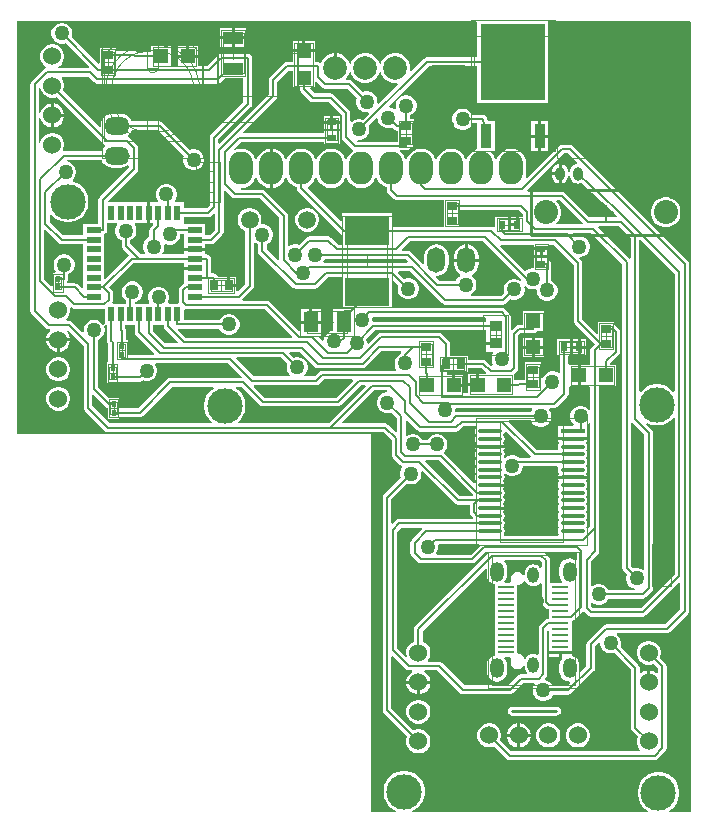
<source format=gbl>
G04*
G04 #@! TF.GenerationSoftware,Altium Limited,CircuitMaker,2.0.3 (2.0.3.51)*
G04*
G04 Layer_Physical_Order=2*
G04 Layer_Color=11436288*
%FSLAX44Y44*%
%MOMM*%
G71*
G04*
G04 #@! TF.SameCoordinates,E9E563F1-332F-4466-8196-8310A66FFE87*
G04*
G04*
G04 #@! TF.FilePolarity,Positive*
G04*
G01*
G75*
%ADD12C,0.2540*%
%ADD13C,0.1000*%
%ADD14C,0.0500*%
%ADD15C,0.0100*%
%ADD16C,0.1270*%
%ADD23R,1.3000X1.1500*%
%ADD25R,1.1000X0.9500*%
%ADD47C,0.2040*%
%ADD48C,1.5240*%
%ADD49C,2.0000*%
%ADD50O,1.5240X2.1590*%
%ADD51C,1.5000*%
%ADD52C,2.0320*%
%ADD53O,2.1590X1.5240*%
%ADD54O,1.2000X1.7000*%
%ADD55O,0.9500X1.3500*%
%ADD56O,2.0320X2.7940*%
%ADD57C,1.2700*%
%ADD58C,3.0000*%
%ADD59R,0.4500X0.5000*%
%ADD60R,0.8500X0.7000*%
%ADD61R,1.1500X1.3000*%
%ADD62R,0.7000X0.8500*%
%ADD63R,0.6000X0.8000*%
%ADD64R,0.8000X0.6000*%
%ADD65R,0.8000X0.9000*%
%ADD66R,1.7000X1.1000*%
%ADD67R,1.3000X1.8000*%
%ADD68R,0.9500X2.1000*%
%ADD69R,5.5000X6.5000*%
%ADD70R,3.7000X2.4500*%
%ADD71O,2.0000X0.4000*%
%ADD72R,2.0000X0.4000*%
%ADD73O,0.8890X1.1430*%
%ADD74R,0.5588X1.2700*%
%ADD75R,1.2700X0.5588*%
%ADD76R,1.4000X0.2700*%
G36*
X670788Y669156D02*
X670745Y0D01*
X652413D01*
X652028Y1270D01*
X654431Y2876D01*
X656874Y5319D01*
X658794Y8192D01*
X660116Y11384D01*
X660790Y14772D01*
Y18227D01*
X660116Y21616D01*
X658794Y24808D01*
X656874Y27681D01*
X654431Y30124D01*
X651558Y32044D01*
X648366Y33366D01*
X644977Y34040D01*
X641522D01*
X638134Y33366D01*
X634942Y32044D01*
X632069Y30124D01*
X629626Y27681D01*
X627706Y24808D01*
X626384Y21616D01*
X625710Y18227D01*
Y14772D01*
X626384Y11384D01*
X627706Y8192D01*
X629626Y5319D01*
X632069Y2876D01*
X634472Y1270D01*
X634087Y0D01*
X434904D01*
X434651Y1270D01*
X436308Y1956D01*
X439181Y3876D01*
X441624Y6319D01*
X443544Y9192D01*
X444866Y12384D01*
X445540Y15773D01*
Y19228D01*
X444866Y22616D01*
X443544Y25808D01*
X441624Y28681D01*
X439181Y31124D01*
X436308Y33044D01*
X433116Y34366D01*
X429728Y35040D01*
X426273D01*
X422884Y34366D01*
X419692Y33044D01*
X416819Y31124D01*
X414376Y28681D01*
X412456Y25808D01*
X411134Y22616D01*
X410460Y19228D01*
Y15773D01*
X411134Y12384D01*
X412456Y9192D01*
X414376Y6319D01*
X416819Y3876D01*
X419692Y1956D01*
X421349Y1270D01*
X421096Y0D01*
X400000D01*
Y221231D01*
Y252265D01*
Y320000D01*
X332250Y320015D01*
X100898Y320000D01*
X100000Y320898D01*
Y670000D01*
X489062Y670037D01*
X489960Y669139D01*
Y639130D01*
X447032D01*
X445643Y638853D01*
X444465Y638066D01*
X434013Y627614D01*
X432913Y628249D01*
X432940Y628349D01*
Y631651D01*
X432085Y634841D01*
X430434Y637700D01*
X428100Y640035D01*
X425240Y641686D01*
X422051Y642540D01*
X418749D01*
X415560Y641686D01*
X412700Y640035D01*
X410365Y637700D01*
X408714Y634841D01*
X408357Y633507D01*
X407043D01*
X406685Y634841D01*
X405034Y637700D01*
X402700Y640035D01*
X399840Y641686D01*
X396651Y642540D01*
X393349D01*
X390160Y641686D01*
X387300Y640035D01*
X384966Y637700D01*
X383315Y634841D01*
X382957Y633507D01*
X381643D01*
X381285Y634841D01*
X379635Y637700D01*
X377300Y640035D01*
X374440Y641686D01*
X371251Y642540D01*
X370870D01*
Y630000D01*
X368330D01*
Y642540D01*
X367949D01*
X364760Y641686D01*
X361900Y640035D01*
X359566Y637700D01*
X357957Y634915D01*
X357843Y634821D01*
X356495Y634449D01*
X355973Y634797D01*
X354584Y635074D01*
X352364D01*
X352040Y636210D01*
X352040Y636344D01*
Y643230D01*
X343000D01*
X333960D01*
Y636344D01*
X333960Y636210D01*
X333636Y635074D01*
X328676D01*
X327287Y634797D01*
X326109Y634011D01*
X314425Y622327D01*
X313639Y621149D01*
X313362Y619760D01*
Y607675D01*
X271741Y566054D01*
X270567Y566540D01*
Y569726D01*
X297969Y597127D01*
X297969Y597127D01*
X298755Y598305D01*
X299032Y599694D01*
Y638810D01*
X298755Y640199D01*
X297969Y641377D01*
X296791Y642163D01*
X295402Y642440D01*
X272692D01*
X271303Y642163D01*
X270125Y641377D01*
X270125Y641376D01*
X260879Y632130D01*
X253040D01*
Y638730D01*
X244750D01*
X236460D01*
Y632130D01*
X230540D01*
Y649040D01*
X213960D01*
Y643630D01*
X201608D01*
X200525Y644353D01*
X199136Y644630D01*
X184290D01*
Y647040D01*
X170710D01*
Y634960D01*
X170710D01*
Y634540D01*
X170393Y634018D01*
X168942Y633751D01*
X146519Y656174D01*
X147066Y658214D01*
Y660554D01*
X146460Y662815D01*
X145290Y664843D01*
X143635Y666498D01*
X141607Y667668D01*
X139346Y668274D01*
X137006D01*
X134745Y667668D01*
X132717Y666498D01*
X131062Y664843D01*
X129892Y662815D01*
X129286Y660554D01*
Y658214D01*
X129892Y655953D01*
X131062Y653925D01*
X132717Y652270D01*
X134745Y651100D01*
X137006Y650494D01*
X139346D01*
X141386Y651041D01*
X161163Y631264D01*
X160637Y629994D01*
X135528D01*
X135188Y631264D01*
X136239Y631870D01*
X138130Y633762D01*
X139468Y636079D01*
X140160Y638663D01*
Y641338D01*
X139468Y643922D01*
X138130Y646239D01*
X136239Y648130D01*
X133922Y649468D01*
X131338Y650160D01*
X128663D01*
X126079Y649468D01*
X123762Y648130D01*
X121870Y646239D01*
X120533Y643922D01*
X119840Y641338D01*
Y638663D01*
X120533Y636079D01*
X121870Y633762D01*
X123762Y631870D01*
X124885Y631222D01*
X124664Y629883D01*
X123833Y629717D01*
X122655Y628931D01*
X122655Y628931D01*
X112479Y618754D01*
X111692Y617577D01*
X111416Y616188D01*
Y424450D01*
X111692Y423061D01*
X112479Y421884D01*
X124433Y409930D01*
X124433Y409929D01*
X125611Y409143D01*
X127000Y408866D01*
X127702D01*
X128228Y407596D01*
X126870Y406239D01*
X125532Y403922D01*
X124840Y401338D01*
Y401270D01*
X135000D01*
Y400000D01*
D01*
Y401270D01*
X145160D01*
Y401338D01*
X144468Y403922D01*
X143130Y406239D01*
X142736Y406633D01*
X143153Y408011D01*
X143334Y408047D01*
X156644Y394737D01*
Y342392D01*
X156921Y341003D01*
X157707Y339825D01*
X174471Y323061D01*
X175649Y322275D01*
X177038Y321998D01*
X410324D01*
X417236Y315086D01*
Y302744D01*
X417512Y301355D01*
X418299Y300177D01*
X424153Y294323D01*
X425331Y293536D01*
X426084Y293386D01*
X426516Y292023D01*
X426468Y291975D01*
X425298Y289947D01*
X424692Y287686D01*
Y285346D01*
X425239Y283306D01*
X410925Y268992D01*
X410138Y267815D01*
X409862Y266426D01*
Y86508D01*
X410138Y85119D01*
X410925Y83942D01*
X430684Y64183D01*
X430532Y63921D01*
X429840Y61337D01*
Y58662D01*
X430532Y56078D01*
X431870Y53762D01*
X433762Y51870D01*
X436078Y50532D01*
X438662Y49840D01*
X441338D01*
X443922Y50532D01*
X446239Y51870D01*
X448130Y53762D01*
X449468Y56078D01*
X450160Y58662D01*
Y61337D01*
X449468Y63921D01*
X448130Y66238D01*
X446239Y68130D01*
X443922Y69468D01*
X441338Y70160D01*
X438662D01*
X436078Y69468D01*
X435817Y69316D01*
X417121Y88012D01*
Y131584D01*
X418295Y132070D01*
X429233Y121131D01*
X430411Y120345D01*
X431800Y120068D01*
X434579D01*
X434920Y118798D01*
X433762Y118130D01*
X431870Y116238D01*
X430532Y113921D01*
X429840Y111337D01*
Y111270D01*
X440000D01*
X450160D01*
Y111337D01*
X449468Y113921D01*
X448130Y116238D01*
X446239Y118130D01*
X445081Y118798D01*
X445421Y120068D01*
X455951D01*
X474953Y101066D01*
X474953Y101065D01*
X476131Y100279D01*
X477520Y100002D01*
X477520Y100002D01*
X517392D01*
X518781Y100279D01*
X519958Y101065D01*
X528445Y109552D01*
X537814D01*
X538304Y108282D01*
X537308Y106555D01*
X536702Y104294D01*
Y101954D01*
X537308Y99693D01*
X538478Y97665D01*
X540133Y96010D01*
X542161Y94840D01*
X544422Y94234D01*
X546762D01*
X549023Y94840D01*
X551051Y96010D01*
X552706Y97665D01*
X553762Y99494D01*
X566928D01*
X568317Y99771D01*
X569495Y100557D01*
X588291Y119353D01*
X589077Y120531D01*
X589354Y121920D01*
Y140737D01*
X592582Y143965D01*
X593852Y143439D01*
Y142086D01*
X594458Y139825D01*
X595628Y137797D01*
X597283Y136142D01*
X599311Y134972D01*
X601572Y134366D01*
X603912D01*
X605952Y134913D01*
X619940Y120925D01*
Y71430D01*
X620217Y70041D01*
X621003Y68863D01*
X625684Y64183D01*
X625532Y63921D01*
X624840Y61337D01*
Y58662D01*
X625532Y56078D01*
X626870Y53762D01*
X627980Y52652D01*
X627454Y51382D01*
X518752D01*
X509317Y60817D01*
X509468Y61079D01*
X510160Y63663D01*
Y66338D01*
X509468Y68922D01*
X508130Y71238D01*
X506238Y73130D01*
X503922Y74468D01*
X501338Y75160D01*
X498662D01*
X496078Y74468D01*
X493762Y73130D01*
X491870Y71238D01*
X490532Y68922D01*
X489840Y66338D01*
Y63663D01*
X490532Y61079D01*
X491870Y58762D01*
X493762Y56870D01*
X496078Y55532D01*
X498662Y54840D01*
X501338D01*
X503922Y55532D01*
X504183Y55684D01*
X514682Y45185D01*
X515859Y44399D01*
X517248Y44122D01*
X517248Y44122D01*
X640080D01*
X641469Y44399D01*
X642647Y45185D01*
X648997Y51535D01*
X648997Y51535D01*
X649783Y52713D01*
X650060Y54102D01*
Y123570D01*
X649783Y124959D01*
X648997Y126137D01*
X644316Y130817D01*
X644468Y131078D01*
X645160Y133662D01*
Y136338D01*
X644468Y138922D01*
X643130Y141238D01*
X641238Y143130D01*
X638922Y144468D01*
X636338Y145160D01*
X633662D01*
X631078Y144468D01*
X628762Y143130D01*
X626870Y141238D01*
X625532Y138922D01*
X624840Y136338D01*
Y133662D01*
X625532Y131078D01*
X626870Y128762D01*
X628762Y126870D01*
X631078Y125532D01*
X633662Y124840D01*
X636338D01*
X638922Y125532D01*
X639183Y125683D01*
X642800Y122066D01*
Y118227D01*
X641627Y117741D01*
X641238Y118130D01*
X638922Y119467D01*
X636338Y120160D01*
X636270D01*
Y110000D01*
X633730D01*
Y120160D01*
X633662D01*
X631078Y119467D01*
X628762Y118130D01*
X628373Y117741D01*
X627200Y118227D01*
Y122428D01*
X626923Y123817D01*
X626137Y124995D01*
X611085Y140046D01*
X611632Y142086D01*
Y144426D01*
X611026Y146687D01*
X609856Y148715D01*
X608201Y150370D01*
X607891Y150548D01*
X608232Y151818D01*
X650240D01*
X651629Y152095D01*
X652807Y152881D01*
X668047Y168121D01*
X668833Y169299D01*
X669110Y170688D01*
Y464058D01*
X668833Y465447D01*
X668047Y466625D01*
X570765Y563907D01*
X569587Y564693D01*
X568198Y564970D01*
X561594D01*
X560205Y564693D01*
X559027Y563907D01*
X531889Y536769D01*
X530813Y537488D01*
X530973Y537875D01*
X531409Y541190D01*
Y548810D01*
X530973Y552126D01*
X529693Y555215D01*
X527658Y557868D01*
X525005Y559904D01*
X521915Y561183D01*
X518600Y561620D01*
X515285Y561183D01*
X512195Y559904D01*
X509542Y557868D01*
X507506Y555215D01*
X506587Y552996D01*
X505213D01*
X504293Y555215D01*
X502258Y557868D01*
X501750Y558258D01*
X502158Y559460D01*
X504490D01*
Y585540D01*
X498561D01*
X498233Y587377D01*
X498090Y587743D01*
X498013Y588129D01*
X497835Y588397D01*
X497717Y588696D01*
X497445Y588980D01*
X497226Y589307D01*
X496959Y589485D01*
X496736Y589717D01*
X496376Y589875D01*
X496049Y590093D01*
X495733Y590156D01*
X495438Y590285D01*
X495046Y590293D01*
X494660Y590370D01*
X485690D01*
X484634Y592199D01*
X482979Y593854D01*
X480951Y595024D01*
X478690Y595630D01*
X476350D01*
X474089Y595024D01*
X472061Y593854D01*
X470406Y592199D01*
X469236Y590171D01*
X468630Y587910D01*
Y585570D01*
X469236Y583309D01*
X470406Y581281D01*
X472061Y579626D01*
X474089Y578456D01*
X476350Y577850D01*
X478690D01*
X480951Y578456D01*
X482979Y579626D01*
X484634Y581281D01*
X485690Y583110D01*
X489910D01*
Y561187D01*
X489885Y561183D01*
X486795Y559904D01*
X484142Y557868D01*
X482107Y555215D01*
X481187Y552996D01*
X479813D01*
X478893Y555215D01*
X476858Y557868D01*
X474205Y559904D01*
X471115Y561183D01*
X467800Y561620D01*
X464485Y561183D01*
X461395Y559904D01*
X458742Y557868D01*
X456707Y555215D01*
X455787Y552996D01*
X454413D01*
X453493Y555215D01*
X451458Y557868D01*
X448805Y559904D01*
X445715Y561183D01*
X442400Y561620D01*
X439085Y561183D01*
X435995Y559904D01*
X433342Y557868D01*
X431306Y555215D01*
X430387Y552996D01*
X429013D01*
X428093Y555215D01*
X426058Y557868D01*
X424302Y559215D01*
X424733Y560485D01*
X429500D01*
X430889Y560761D01*
X432066Y561548D01*
X432509Y562210D01*
X436290D01*
Y574290D01*
X436290D01*
Y574710D01*
X436290D01*
Y586790D01*
X433130D01*
Y590000D01*
X434958Y591056D01*
X436614Y592711D01*
X437784Y594739D01*
X438390Y597000D01*
Y599340D01*
X437784Y601601D01*
X436614Y603629D01*
X434958Y605284D01*
X432931Y606454D01*
X430670Y607060D01*
X428329D01*
X426068Y606454D01*
X424041Y605284D01*
X422386Y603629D01*
X421216Y601601D01*
X420610Y599340D01*
Y597000D01*
X420965Y595673D01*
X419827Y595015D01*
X419718Y595124D01*
X417691Y596294D01*
X415430Y596900D01*
X415225D01*
X414739Y598073D01*
X448535Y631870D01*
X489960D01*
Y600460D01*
X550040D01*
Y670042D01*
X669890Y670054D01*
X670788Y669156D01*
D02*
G37*
G36*
X383315Y625160D02*
X384966Y622300D01*
X387300Y619966D01*
X390160Y618315D01*
X393349Y617460D01*
X396651D01*
X399840Y618315D01*
X402700Y619966D01*
X405034Y622300D01*
X406685Y625160D01*
X407043Y626493D01*
X408357D01*
X408714Y625160D01*
X410365Y622300D01*
X412700Y619966D01*
X415560Y618315D01*
X418749Y617460D01*
X422051D01*
X422151Y617487D01*
X422786Y616387D01*
X406188Y599789D01*
X405130Y600527D01*
Y602642D01*
X404524Y604903D01*
X403354Y606931D01*
X401699Y608586D01*
X399671Y609756D01*
X397410Y610362D01*
X395070D01*
X393030Y609815D01*
X384075Y618771D01*
X382897Y619557D01*
X381508Y619834D01*
X378964D01*
X378438Y621104D01*
X379635Y622300D01*
X381285Y625160D01*
X381643Y626493D01*
X382957D01*
X383315Y625160D01*
D02*
G37*
G36*
X358113Y613637D02*
X359291Y612851D01*
X360680Y612574D01*
X380005D01*
X387897Y604682D01*
X387350Y602642D01*
Y600302D01*
X387956Y598041D01*
X389126Y596013D01*
X390781Y594358D01*
X392809Y593188D01*
X395070Y592582D01*
X397185D01*
X397923Y591524D01*
X392846Y586447D01*
X390806Y586994D01*
X388466D01*
X386205Y586388D01*
X384177Y585218D01*
X383614Y584654D01*
X382344Y585180D01*
Y592074D01*
X382344Y592074D01*
X382067Y593463D01*
X381281Y594641D01*
X368327Y607595D01*
X367149Y608381D01*
X365760Y608658D01*
X352024D01*
X348145Y612536D01*
X348631Y613710D01*
X352040D01*
Y618051D01*
X353213Y618537D01*
X358113Y613637D01*
D02*
G37*
G36*
X120533Y611078D02*
X121870Y608762D01*
X123762Y606870D01*
X126079Y605532D01*
X128663Y604840D01*
X131338D01*
X133922Y605532D01*
X134184Y605684D01*
X173982Y565885D01*
X174861Y565298D01*
X175073Y564225D01*
X175033Y563829D01*
X174079Y563096D01*
X172450Y560974D01*
X171831Y559480D01*
X140011D01*
X139555Y559982D01*
X139227Y560661D01*
X139468Y561078D01*
X140160Y563663D01*
Y566338D01*
X139468Y568922D01*
X138130Y571239D01*
X136239Y573130D01*
X133922Y574468D01*
X131338Y575160D01*
X128663D01*
X126079Y574468D01*
X123762Y573130D01*
X121870Y571239D01*
X120533Y568922D01*
X119945Y566730D01*
X118675Y566898D01*
Y588102D01*
X119945Y588270D01*
X120533Y586078D01*
X121870Y583761D01*
X123762Y581870D01*
X126079Y580532D01*
X128663Y579840D01*
X128730D01*
Y590000D01*
Y600160D01*
X128663D01*
X126079Y599468D01*
X123762Y598130D01*
X121870Y596238D01*
X120533Y593921D01*
X119945Y591730D01*
X118675Y591897D01*
Y613102D01*
X119945Y613270D01*
X120533Y611078D01*
D02*
G37*
G36*
X405370Y587045D02*
Y586840D01*
X405976Y584579D01*
X407146Y582551D01*
X408801Y580896D01*
X410828Y579726D01*
X413089Y579120D01*
X415430D01*
X417470Y579667D01*
X418953Y578184D01*
X418953Y578184D01*
X420131Y577397D01*
X421520Y577120D01*
X422710Y577089D01*
Y574710D01*
X422710D01*
Y574290D01*
X422710D01*
Y567744D01*
X388207D01*
X388036Y568014D01*
X388208Y568493D01*
X388779Y569214D01*
X390806D01*
X393067Y569820D01*
X395095Y570990D01*
X396750Y572645D01*
X397920Y574673D01*
X398526Y576934D01*
Y579274D01*
X397979Y581314D01*
X404196Y587531D01*
X405370Y587045D01*
D02*
G37*
G36*
X333960Y613710D02*
X339370D01*
Y612548D01*
X339647Y611159D01*
X340434Y609981D01*
X347953Y602461D01*
X349131Y601675D01*
X350520Y601398D01*
X364257D01*
X375084Y590570D01*
Y571481D01*
X375361Y570092D01*
X376147Y568914D01*
X383513Y561548D01*
X384454Y560920D01*
X384658Y559949D01*
X384639Y559477D01*
X382542Y557868D01*
X380507Y555215D01*
X379587Y552996D01*
X378213D01*
X377293Y555215D01*
X375258Y557868D01*
X372605Y559904D01*
X369515Y561183D01*
X366200Y561620D01*
X362885Y561183D01*
X359795Y559904D01*
X357142Y557868D01*
X355107Y555215D01*
X354187Y552996D01*
X352813D01*
X351893Y555215D01*
X349858Y557868D01*
X347205Y559904D01*
X344115Y561183D01*
X340800Y561620D01*
X337485Y561183D01*
X334395Y559904D01*
X331742Y557868D01*
X329706Y555215D01*
X328787Y552996D01*
X327413D01*
X326493Y555215D01*
X324458Y557868D01*
X321805Y559904D01*
X318715Y561183D01*
X316670Y561452D01*
Y545000D01*
Y528548D01*
X318715Y528817D01*
X321805Y530097D01*
X324458Y532132D01*
X326493Y534785D01*
X327413Y537005D01*
X328787D01*
X329706Y534785D01*
X331742Y532132D01*
X334395Y530097D01*
X337170Y528947D01*
Y528320D01*
X337447Y526931D01*
X338233Y525753D01*
X374303Y489683D01*
X374303Y489683D01*
X375210Y489078D01*
Y480069D01*
X372598D01*
X366230Y486437D01*
X365052Y487223D01*
X363663Y487500D01*
X347726D01*
X346337Y487223D01*
X345159Y486437D01*
X345159Y486437D01*
X338998Y480275D01*
X336958Y480822D01*
X334618D01*
X332357Y480216D01*
X330778Y479305D01*
X329508Y479902D01*
Y504956D01*
X329508Y504956D01*
X329231Y506345D01*
X328445Y507523D01*
X328445Y507523D01*
X309907Y526061D01*
X308729Y526847D01*
X307340Y527124D01*
X290183D01*
X290100Y528394D01*
X293315Y528817D01*
X296405Y530097D01*
X299058Y532132D01*
X301093Y534785D01*
X302013Y537005D01*
X303387D01*
X304307Y534785D01*
X306342Y532132D01*
X308995Y530097D01*
X312085Y528817D01*
X314130Y528548D01*
Y545000D01*
Y561452D01*
X312085Y561183D01*
X308995Y559904D01*
X306342Y557868D01*
X304307Y555215D01*
X303387Y552996D01*
X302013D01*
X301093Y555215D01*
X299058Y557868D01*
X296405Y559904D01*
X293315Y561183D01*
X290000Y561620D01*
X286685Y561183D01*
X284510Y560282D01*
X283790Y561359D01*
X289802Y567370D01*
X360210D01*
Y565460D01*
X373290D01*
Y576540D01*
X360210D01*
Y574630D01*
X292243D01*
X291757Y575803D01*
X319559Y603605D01*
X320345Y604782D01*
X320622Y606171D01*
X320622Y606172D01*
Y618256D01*
X330179Y627814D01*
X333960D01*
Y613710D01*
D02*
G37*
G36*
X165581Y617955D02*
X166759Y617169D01*
X168148Y616892D01*
X270502D01*
X271891Y617169D01*
X273069Y617955D01*
X276573Y621460D01*
X291772D01*
Y601198D01*
X264371Y573796D01*
X263584Y572619D01*
X263308Y571230D01*
Y513805D01*
X260625Y511122D01*
X241148D01*
Y516390D01*
X234153D01*
X234067Y516598D01*
X233758Y517660D01*
X234852Y519555D01*
X235458Y521816D01*
Y524156D01*
X234852Y526417D01*
X233682Y528445D01*
X232027Y530100D01*
X229999Y531270D01*
X227738Y531876D01*
X225398D01*
X223137Y531270D01*
X221109Y530100D01*
X219454Y528445D01*
X218284Y526417D01*
X217678Y524156D01*
Y521816D01*
X218284Y519555D01*
X219378Y517660D01*
X219069Y516598D01*
X218983Y516390D01*
X213084D01*
Y507500D01*
Y498610D01*
X215075D01*
X215601Y497340D01*
X213333Y495073D01*
X212547Y493895D01*
X212270Y492506D01*
Y486960D01*
X210441Y485904D01*
X208786Y484249D01*
X207616Y482221D01*
X207010Y479960D01*
Y477620D01*
X207616Y475359D01*
X208667Y473538D01*
X208245Y472268D01*
X204704D01*
X195908Y481064D01*
Y484082D01*
X197737Y485138D01*
X199392Y486793D01*
X200562Y488821D01*
X201168Y491082D01*
Y493422D01*
X200562Y495683D01*
X199606Y497340D01*
X200147Y498610D01*
X210544D01*
Y507500D01*
Y516390D01*
X177625D01*
X177099Y517660D01*
X201449Y542009D01*
X202235Y543187D01*
X202512Y544576D01*
Y562610D01*
X202235Y563999D01*
X201449Y565177D01*
X195607Y571019D01*
X194429Y571805D01*
X194201Y571851D01*
X193885Y573209D01*
X194921Y574004D01*
X196550Y576126D01*
X197169Y577620D01*
X219379D01*
X241339Y555660D01*
X240792Y553620D01*
Y551280D01*
X241398Y549019D01*
X242568Y546991D01*
X244223Y545336D01*
X246251Y544166D01*
X248512Y543560D01*
X250852D01*
X253113Y544166D01*
X255141Y545336D01*
X256796Y546991D01*
X257966Y549019D01*
X258572Y551280D01*
Y553620D01*
X257966Y555881D01*
X256796Y557909D01*
X255141Y559564D01*
X253113Y560734D01*
X250852Y561340D01*
X248512D01*
X246472Y560793D01*
X223449Y583817D01*
X222271Y584604D01*
X220882Y584880D01*
X197169D01*
X196550Y586374D01*
X194921Y588496D01*
X192799Y590125D01*
X190327Y591149D01*
X187675Y591498D01*
X181325D01*
X178673Y591149D01*
X176201Y590125D01*
X174079Y588496D01*
X172450Y586374D01*
X171427Y583902D01*
X171077Y581250D01*
X171152Y580682D01*
X170013Y580121D01*
X139317Y610817D01*
X139468Y611078D01*
X140160Y613662D01*
Y616338D01*
X139468Y618922D01*
X138130Y621238D01*
X137808Y621561D01*
X138294Y622734D01*
X160802D01*
X165581Y617955D01*
D02*
G37*
G36*
X574403Y550002D02*
X573947Y548661D01*
X573297Y548576D01*
X571597Y547872D01*
X570138Y546752D01*
X569019Y545293D01*
X568315Y543594D01*
X568140Y542270D01*
X566860D01*
X566685Y543594D01*
X565981Y545293D01*
X564862Y546752D01*
X563403Y547872D01*
X561703Y548576D01*
X561150Y548648D01*
Y540500D01*
Y532352D01*
X561703Y532425D01*
X563403Y533129D01*
X564862Y534249D01*
X565981Y535708D01*
X566685Y537407D01*
X566860Y538731D01*
X568140D01*
X568315Y537407D01*
X569019Y535708D01*
X570138Y534249D01*
X571597Y533129D01*
X573297Y532425D01*
X575120Y532185D01*
X576943Y532425D01*
X577999Y532862D01*
X604801Y507920D01*
X608046Y504675D01*
X607560Y503502D01*
X584688D01*
X563907Y524283D01*
X562729Y525069D01*
X561340Y525346D01*
X532392D01*
X531906Y526519D01*
X563097Y557710D01*
X566694D01*
X574403Y550002D01*
D02*
G37*
G36*
X380507Y534785D02*
X382542Y532132D01*
X385195Y530097D01*
X388285Y528817D01*
X391600Y528381D01*
X394915Y528817D01*
X398005Y530097D01*
X400658Y532132D01*
X402693Y534785D01*
X403613Y537005D01*
X404987D01*
X405906Y534785D01*
X407942Y532132D01*
X410595Y530097D01*
X413370Y528947D01*
Y526796D01*
X413647Y525407D01*
X414433Y524229D01*
X419513Y519150D01*
X419513Y519149D01*
X420691Y518363D01*
X422080Y518086D01*
X422080Y518086D01*
X461960D01*
Y507210D01*
X461960D01*
Y506790D01*
X461960D01*
Y495880D01*
X417290D01*
Y507040D01*
X375210D01*
Y500703D01*
X374036Y500217D01*
X345857Y528396D01*
X346105Y529641D01*
X347205Y530097D01*
X349858Y532132D01*
X351893Y534785D01*
X352813Y537005D01*
X354187D01*
X355107Y534785D01*
X357142Y532132D01*
X359795Y530097D01*
X362885Y528817D01*
X366200Y528381D01*
X369515Y528817D01*
X372605Y530097D01*
X375258Y532132D01*
X377293Y534785D01*
X378213Y537005D01*
X379587D01*
X380507Y534785D01*
D02*
G37*
G36*
X172450Y550726D02*
X174079Y548604D01*
X176201Y546975D01*
X178673Y545951D01*
X181325Y545602D01*
X187675D01*
X190327Y545951D01*
X192799Y546975D01*
X193982Y547883D01*
X195252Y547257D01*
Y546079D01*
X170153Y520981D01*
X169367Y519803D01*
X169090Y518414D01*
Y498102D01*
X155998D01*
Y488270D01*
X139417D01*
X127836Y499851D01*
Y505937D01*
X129051Y506305D01*
X129376Y505819D01*
X131819Y503376D01*
X134692Y501456D01*
X137884Y500134D01*
X141272Y499460D01*
X144727D01*
X148116Y500134D01*
X151308Y501456D01*
X154181Y503376D01*
X156624Y505819D01*
X158544Y508692D01*
X159866Y511884D01*
X160540Y515273D01*
Y518728D01*
X159866Y522117D01*
X158544Y525308D01*
X156624Y528181D01*
X154181Y530624D01*
X151308Y532544D01*
X148116Y533866D01*
X147497Y533989D01*
X147120Y535359D01*
X148338Y536577D01*
X149508Y538605D01*
X150114Y540866D01*
Y543206D01*
X149508Y545467D01*
X148338Y547495D01*
X146683Y549150D01*
X144655Y550320D01*
X143166Y550719D01*
X142584Y552135D01*
X142642Y552220D01*
X171831D01*
X172450Y550726D01*
D02*
G37*
G36*
X579090Y498833D02*
X578604Y497660D01*
X557230D01*
X556744Y498833D01*
X557863Y499952D01*
X559535Y502848D01*
X560400Y506078D01*
Y509422D01*
X559535Y512652D01*
X557863Y515548D01*
X556595Y516816D01*
X557121Y518086D01*
X559837D01*
X579090Y498833D01*
D02*
G37*
G36*
X528500Y506497D02*
Y504040D01*
X524770D01*
Y497500D01*
X523500D01*
Y496230D01*
X517960D01*
Y493080D01*
X516040D01*
Y504040D01*
X504960D01*
Y495976D01*
X503690Y495297D01*
X503231Y495603D01*
X501842Y495880D01*
X475540D01*
Y506790D01*
X475540D01*
Y507210D01*
X475540D01*
Y509620D01*
X525376D01*
X528500Y506497D01*
D02*
G37*
G36*
X267888Y506460D02*
Y492985D01*
X263173Y488270D01*
X259630D01*
Y498102D01*
X242208D01*
X241663Y498363D01*
X241148Y499081D01*
Y503862D01*
X262128D01*
X263517Y504139D01*
X264695Y504925D01*
X266715Y506946D01*
X267888Y506460D01*
D02*
G37*
G36*
X619686Y486176D02*
Y469214D01*
X618416Y468690D01*
X592037Y495069D01*
X592523Y496242D01*
X609621D01*
X619686Y486176D01*
D02*
G37*
G36*
X281913Y520928D02*
X281913Y520927D01*
X283091Y520141D01*
X284480Y519864D01*
X305837D01*
X322248Y503453D01*
Y467763D01*
X321200Y467220D01*
X321019Y467196D01*
X311478Y476738D01*
Y480780D01*
X313307Y481836D01*
X314962Y483491D01*
X316132Y485519D01*
X316738Y487780D01*
Y490120D01*
X316132Y492381D01*
X314962Y494409D01*
X313307Y496064D01*
X311279Y497234D01*
X309018Y497840D01*
X307728D01*
X306754Y499110D01*
X307040Y500178D01*
Y502822D01*
X306356Y505375D01*
X305034Y507665D01*
X303165Y509534D01*
X300875Y510856D01*
X298322Y511540D01*
X295678D01*
X293125Y510856D01*
X290835Y509534D01*
X288966Y507665D01*
X287644Y505375D01*
X286960Y502822D01*
Y500178D01*
X287644Y497625D01*
X288966Y495335D01*
X290835Y493466D01*
X293125Y492144D01*
X293370Y492079D01*
Y447296D01*
X287060Y440986D01*
X285790Y441512D01*
Y444730D01*
X279250D01*
Y446000D01*
X277980D01*
Y453040D01*
X270287D01*
X270103Y453963D01*
X269316Y455141D01*
X268139Y455928D01*
X266750Y456204D01*
X264488D01*
Y468638D01*
X264211Y470027D01*
X263425Y471205D01*
X262247Y471992D01*
X260858Y472268D01*
X259630D01*
Y475496D01*
X250740D01*
X241850D01*
Y472268D01*
X223555D01*
X223133Y473538D01*
X224184Y475359D01*
X224790Y477620D01*
Y479960D01*
X224615Y480614D01*
X225706Y481450D01*
X226185Y481174D01*
X228446Y480568D01*
X230786D01*
X233047Y481174D01*
X235075Y482344D01*
X236730Y483999D01*
X237900Y486027D01*
X238506Y488288D01*
Y489138D01*
X241850D01*
Y479306D01*
Y478036D01*
X250740D01*
X259630D01*
Y481010D01*
X264676D01*
X266065Y481287D01*
X267243Y482074D01*
X274084Y488915D01*
X274084Y488915D01*
X274871Y490093D01*
X275148Y491482D01*
X275148Y491482D01*
Y526034D01*
X276321Y526520D01*
X281913Y520928D01*
D02*
G37*
G36*
X431008Y466321D02*
X430522Y465148D01*
X359943D01*
X359526Y466418D01*
X360468Y468048D01*
X429281D01*
X431008Y466321D01*
D02*
G37*
G36*
X241850Y461844D02*
X250740D01*
Y459304D01*
X241850D01*
Y455240D01*
Y447791D01*
X240878Y447141D01*
X238263Y444527D01*
X237477Y443349D01*
X237200Y441960D01*
Y432016D01*
X237242Y431808D01*
X236199Y430538D01*
X228424D01*
X227789Y431638D01*
X228248Y432433D01*
X228854Y434694D01*
Y437034D01*
X228248Y439295D01*
X227078Y441323D01*
X225423Y442978D01*
X223395Y444148D01*
X221134Y444754D01*
X218794D01*
X216533Y444148D01*
X214505Y442978D01*
X212850Y441323D01*
X211680Y439295D01*
X211074Y437034D01*
Y434694D01*
X211680Y432433D01*
X212139Y431638D01*
X211504Y430538D01*
X199928D01*
X199761Y431808D01*
X201043Y432152D01*
X203071Y433322D01*
X204726Y434977D01*
X205896Y437005D01*
X206502Y439266D01*
Y441606D01*
X205896Y443867D01*
X204726Y445895D01*
X203071Y447550D01*
X201043Y448720D01*
X198782Y449326D01*
X196442D01*
X194181Y448720D01*
X192153Y447550D01*
X190498Y445895D01*
X189328Y443867D01*
X188722Y441606D01*
Y439266D01*
X189328Y437005D01*
X190498Y434977D01*
X191992Y433483D01*
Y430538D01*
X181150D01*
X181008Y430709D01*
X180588Y431808D01*
X181154Y432655D01*
X181430Y434044D01*
X181430Y434044D01*
Y439632D01*
X181430Y439632D01*
X181154Y441021D01*
X180367Y442198D01*
X180366Y442198D01*
X178146Y444419D01*
X198736Y465008D01*
X203200D01*
X203200Y465008D01*
X203200Y465008D01*
X241850D01*
Y461844D01*
D02*
G37*
G36*
X184950Y497340D02*
X183994Y495683D01*
X183388Y493422D01*
Y491082D01*
X183994Y488821D01*
X185164Y486793D01*
X186819Y485138D01*
X188648Y484082D01*
Y479560D01*
X188925Y478171D01*
X189711Y476993D01*
X194741Y471964D01*
X194666Y471205D01*
X174951Y451490D01*
X173778Y451976D01*
Y463304D01*
Y471432D01*
Y479306D01*
Y489349D01*
X174109Y489415D01*
X175287Y490201D01*
X176073Y491379D01*
X176350Y492768D01*
Y498610D01*
X184409D01*
X184950Y497340D01*
D02*
G37*
G36*
X527485Y450616D02*
X527462Y450439D01*
X527083Y450169D01*
X526106Y449869D01*
X524385Y450862D01*
X522124Y451468D01*
X519784D01*
X517523Y450862D01*
X515495Y449692D01*
X513840Y448037D01*
X512670Y446010D01*
X512064Y443749D01*
Y441408D01*
X512611Y439368D01*
X510196Y436954D01*
X484559D01*
X484424Y437146D01*
X484795Y438827D01*
X485629Y439308D01*
X487284Y440963D01*
X488454Y442990D01*
X489060Y445251D01*
Y447592D01*
X488454Y449853D01*
X487284Y451880D01*
X485629Y453535D01*
X485001Y453898D01*
X485085Y455165D01*
X485774Y455450D01*
X487896Y457079D01*
X489524Y459201D01*
X490548Y461673D01*
X490897Y464325D01*
Y466230D01*
X480650D01*
X470402D01*
Y464325D01*
X470751Y461673D01*
X471775Y459201D01*
X473404Y457079D01*
X475526Y455450D01*
X475597Y454047D01*
X474712Y453535D01*
X473056Y451880D01*
X472001Y450051D01*
X457544D01*
X454652Y452943D01*
X455032Y453714D01*
X455306Y454085D01*
X457902Y454427D01*
X460374Y455450D01*
X462496Y457079D01*
X464124Y459201D01*
X465148Y461673D01*
X465498Y464325D01*
Y470675D01*
X465148Y473327D01*
X464124Y475799D01*
X462496Y477921D01*
X460374Y479550D01*
X457902Y480574D01*
X455250Y480923D01*
X452598Y480574D01*
X450126Y479550D01*
X448004Y477921D01*
X446375Y475799D01*
X445351Y473327D01*
X445002Y470675D01*
Y464389D01*
X444753Y464164D01*
X443868Y463727D01*
X433351Y474245D01*
X432173Y475031D01*
X430784Y475308D01*
X426285D01*
X425799Y476481D01*
X432606Y483288D01*
X494813D01*
X527485Y450616D01*
D02*
G37*
G36*
X135347Y482074D02*
X136525Y481287D01*
X137914Y481010D01*
X137914Y481010D01*
X155998D01*
Y471432D01*
Y463304D01*
Y455240D01*
Y443889D01*
X154825Y443402D01*
X151411Y446817D01*
X150233Y447603D01*
X148844Y447880D01*
X142855D01*
X142470Y449150D01*
X142521Y449184D01*
X143307Y450361D01*
X143584Y451750D01*
Y455380D01*
X145413Y456436D01*
X147068Y458091D01*
X148238Y460119D01*
X148844Y462380D01*
Y464720D01*
X148238Y466981D01*
X147068Y469009D01*
X145413Y470664D01*
X143385Y471834D01*
X141124Y472440D01*
X138784D01*
X136523Y471834D01*
X134495Y470664D01*
X132840Y469009D01*
X131670Y466981D01*
X131064Y464720D01*
Y462380D01*
X131670Y460119D01*
X132840Y458091D01*
X132968Y457963D01*
X132482Y456790D01*
X130210D01*
Y445797D01*
X129037Y445311D01*
X123256Y451092D01*
Y492506D01*
X124429Y492992D01*
X135347Y482074D01*
D02*
G37*
G36*
X509968Y480494D02*
X537460D01*
Y478270D01*
X544000D01*
X550540D01*
Y480494D01*
X554249D01*
X571426Y463316D01*
X571428Y416052D01*
X571705Y414663D01*
X571705Y414663D01*
X571705Y414663D01*
X572178Y413954D01*
X572491Y413485D01*
X589227Y396750D01*
X586713Y394237D01*
X585927Y393059D01*
X585650Y391670D01*
Y379175D01*
X584540Y378790D01*
X584380Y378790D01*
X577520D01*
Y369750D01*
Y360710D01*
X584380D01*
X584540Y360710D01*
X585650Y360325D01*
Y340956D01*
X584720Y340589D01*
X584380Y340560D01*
X582801Y342140D01*
X580773Y343310D01*
X578512Y343916D01*
X576172D01*
X573911Y343310D01*
X571883Y342140D01*
X570228Y340485D01*
X569058Y338457D01*
X568452Y336196D01*
Y333856D01*
X569058Y331595D01*
X570228Y329567D01*
X571486Y328310D01*
X570960Y327040D01*
X557960D01*
Y317960D01*
X557960Y317960D01*
X557960D01*
X557986Y317269D01*
X570500D01*
X583014D01*
X583040Y317960D01*
X583040Y317960D01*
X583040Y317960D01*
Y327040D01*
X583040Y327040D01*
X583040D01*
X583152Y328264D01*
X584380Y329492D01*
X584720Y329463D01*
X585650Y329096D01*
Y242041D01*
X583875Y240266D01*
X582679Y240433D01*
X582045Y241632D01*
X582777Y242728D01*
X583129Y244499D01*
X582777Y246271D01*
X581789Y247750D01*
X582777Y249228D01*
X583129Y251000D01*
X582777Y252771D01*
X581789Y254250D01*
X582777Y255728D01*
X583129Y257500D01*
X582777Y259271D01*
X581789Y260749D01*
X582777Y262228D01*
X583129Y264000D01*
X582777Y265771D01*
X581789Y267250D01*
X582777Y268728D01*
X583129Y270500D01*
X582777Y272271D01*
X581789Y273750D01*
X582777Y275228D01*
X583129Y277000D01*
X582777Y278771D01*
X581789Y280250D01*
X582777Y281728D01*
X582877Y282230D01*
X570500D01*
X558124D01*
X558224Y281728D01*
X559212Y280250D01*
X558224Y278771D01*
X557871Y277000D01*
X558224Y275228D01*
X559212Y273750D01*
X558224Y272271D01*
X557871Y270500D01*
X558224Y268728D01*
X559212Y267250D01*
X558224Y265771D01*
X557871Y264000D01*
X558224Y262228D01*
X559212Y260749D01*
X558224Y259271D01*
X557871Y257500D01*
X558224Y255728D01*
X559212Y254250D01*
X558224Y252771D01*
X557871Y251000D01*
X558224Y249228D01*
X559212Y247750D01*
X558224Y246271D01*
X557871Y244499D01*
X558224Y242728D01*
X559212Y241250D01*
X558224Y239771D01*
X557871Y237999D01*
X558224Y236228D01*
X558859Y235278D01*
X558191Y234008D01*
X512809D01*
X512141Y235278D01*
X512776Y236228D01*
X513129Y237999D01*
X512776Y239771D01*
X511789Y241250D01*
X512776Y242728D01*
X513129Y244499D01*
X512776Y246271D01*
X511788Y247750D01*
X512776Y249228D01*
X513129Y251000D01*
X512776Y252771D01*
X511789Y254250D01*
X512776Y255728D01*
X512876Y256230D01*
X500500D01*
Y258770D01*
X512876D01*
X512776Y259271D01*
X511789Y260749D01*
X512776Y262228D01*
X513129Y264000D01*
X512776Y265771D01*
X511788Y267250D01*
X512776Y268728D01*
X513129Y270500D01*
X512776Y272271D01*
X511789Y273750D01*
X512776Y275228D01*
X512876Y275730D01*
X500500D01*
Y278270D01*
X512876D01*
X512776Y278771D01*
X511789Y280250D01*
X512776Y281728D01*
X513129Y283500D01*
X512776Y285271D01*
X512364Y285888D01*
X512435Y285997D01*
X513971Y286256D01*
X515999Y285086D01*
X518260Y284480D01*
X520600D01*
X522861Y285086D01*
X524889Y286256D01*
X526544Y287911D01*
X527714Y289939D01*
X528320Y292200D01*
Y292870D01*
X557636D01*
X557936Y292308D01*
X558190Y291600D01*
X557871Y289999D01*
X558224Y288228D01*
X559212Y286749D01*
X558224Y285271D01*
X558124Y284770D01*
X570500D01*
X582877D01*
X582777Y285271D01*
X581789Y286749D01*
X582777Y288228D01*
X583129Y289999D01*
X582777Y291771D01*
X581789Y293250D01*
X582777Y294728D01*
X583129Y296500D01*
X582777Y298271D01*
X581789Y299750D01*
X582777Y301228D01*
X583129Y303000D01*
X582777Y304771D01*
X581789Y306250D01*
X582777Y307728D01*
X583129Y309499D01*
X582777Y311271D01*
X581789Y312749D01*
X582777Y314228D01*
X582877Y314729D01*
X570500D01*
X558124D01*
X558224Y314228D01*
X559212Y312749D01*
X558224Y311271D01*
X557871Y309499D01*
X558190Y307899D01*
X557931Y307181D01*
X557636Y306629D01*
X539983D01*
X516102Y330510D01*
X516589Y331684D01*
X535386D01*
X536442Y329855D01*
X538097Y328200D01*
X540125Y327029D01*
X542386Y326423D01*
X544726D01*
X546987Y327029D01*
X549015Y328200D01*
X550670Y329855D01*
X551840Y331882D01*
X552446Y334143D01*
Y336484D01*
X551840Y338745D01*
X550804Y340540D01*
X551244Y341810D01*
X554600D01*
X555989Y342087D01*
X557167Y342873D01*
X566057Y351763D01*
X566844Y352941D01*
X567120Y354330D01*
X567120Y354330D01*
Y359788D01*
X567960Y360710D01*
X568390Y360710D01*
X574980D01*
Y369750D01*
Y378790D01*
X568276D01*
X567960Y378790D01*
X566987Y379508D01*
X566817Y386301D01*
X567704Y387210D01*
X568540D01*
Y400290D01*
X557460D01*
Y387210D01*
X559533D01*
X559861Y374105D01*
Y372057D01*
X558591Y371543D01*
X556897Y372520D01*
X554636Y373126D01*
X552296D01*
X550035Y372520D01*
X548007Y371350D01*
X546352Y369695D01*
X545182Y367667D01*
X545060Y367212D01*
X543790Y367379D01*
X543790Y368290D01*
X543790Y369560D01*
Y380790D01*
X530210D01*
Y369560D01*
X530210Y368710D01*
X530210Y367440D01*
Y365880D01*
X524760D01*
X524760Y365880D01*
X523503Y365630D01*
X521040D01*
Y371040D01*
X521040Y371040D01*
X521040D01*
X521842Y371924D01*
X523271Y373353D01*
X523271Y373353D01*
X524058Y374531D01*
X524334Y375920D01*
X524334Y375920D01*
Y403383D01*
X526261Y405310D01*
X537250D01*
X538639Y405587D01*
X539817Y406373D01*
X540604Y407551D01*
X540635Y407710D01*
X546290D01*
Y424290D01*
X528210D01*
Y412570D01*
X524758D01*
X523369Y412293D01*
X522191Y411507D01*
X522191Y411507D01*
X519250Y408565D01*
X517980Y409091D01*
Y419354D01*
X517703Y420743D01*
X516917Y421921D01*
X513107Y425731D01*
X511929Y426517D01*
X510540Y426794D01*
X417290D01*
Y450440D01*
X418463Y450926D01*
X422949Y446440D01*
X422402Y444400D01*
Y442060D01*
X423008Y439799D01*
X424178Y437771D01*
X425833Y436116D01*
X427861Y434946D01*
X430122Y434340D01*
X432462D01*
X434723Y434946D01*
X436751Y436116D01*
X438406Y437771D01*
X439576Y439799D01*
X440182Y442060D01*
Y444400D01*
X439576Y446661D01*
X438406Y448689D01*
X436751Y450344D01*
X434723Y451514D01*
X432462Y452120D01*
X430122D01*
X428082Y451573D01*
X422940Y456715D01*
X423426Y457888D01*
X432963D01*
X460094Y430757D01*
X461271Y429971D01*
X462660Y429694D01*
X511700D01*
X513089Y429971D01*
X514266Y430757D01*
X517744Y434235D01*
X519784Y433688D01*
X522124D01*
X524385Y434294D01*
X526413Y435465D01*
X528068Y437120D01*
X529238Y439147D01*
X529844Y441408D01*
Y443749D01*
X529622Y444578D01*
X530760Y445235D01*
X531497Y444498D01*
X533525Y443328D01*
X535786Y442722D01*
X538126D01*
X538734Y442885D01*
X540004Y441910D01*
Y440675D01*
X540610Y438414D01*
X541780Y436387D01*
X543435Y434732D01*
X545463Y433562D01*
X547724Y432956D01*
X550064D01*
X552325Y433562D01*
X554353Y434732D01*
X556008Y436387D01*
X557178Y438414D01*
X557784Y440675D01*
Y443016D01*
X557178Y445277D01*
X556008Y447304D01*
X554353Y448960D01*
X552524Y450015D01*
Y464000D01*
X552247Y465389D01*
X551461Y466567D01*
X550540Y467182D01*
Y469540D01*
X537460D01*
Y460502D01*
X535786D01*
X533525Y459896D01*
X531497Y458726D01*
X530569Y457798D01*
X508969Y479398D01*
X509595Y480569D01*
X509968Y480494D01*
D02*
G37*
G36*
X497210Y418790D02*
Y415130D01*
X402175D01*
X401552Y415561D01*
X401066Y416269D01*
Y418238D01*
X400989Y418527D01*
X401762Y419534D01*
X496249D01*
X497210Y418790D01*
D02*
G37*
G36*
X147201Y426669D02*
X148590Y426392D01*
X148590Y426392D01*
X173778D01*
X174286Y425975D01*
Y413027D01*
X173121Y412505D01*
X172468Y413637D01*
X170813Y415292D01*
X168785Y416462D01*
X166524Y417068D01*
X164184D01*
X161923Y416462D01*
X159895Y415292D01*
X158240Y413637D01*
X157070Y411609D01*
X156464Y409348D01*
Y407008D01*
X156474Y406969D01*
X155336Y406311D01*
X146585Y415063D01*
X145407Y415849D01*
X144018Y416126D01*
X142290D01*
X141764Y417396D01*
X143130Y418761D01*
X144468Y421078D01*
X145160Y423662D01*
Y426338D01*
X145092Y426590D01*
X145627Y427088D01*
X146208Y427332D01*
X147201Y426669D01*
D02*
G37*
G36*
X243332Y425884D02*
X310004D01*
X333226Y402663D01*
X332740Y401489D01*
X242938D01*
X236323Y408104D01*
X236849Y409374D01*
X271484D01*
X272540Y407545D01*
X274195Y405890D01*
X276223Y404720D01*
X278484Y404114D01*
X280824D01*
X283085Y404720D01*
X285113Y405890D01*
X286768Y407545D01*
X287938Y409573D01*
X288544Y411834D01*
Y414174D01*
X287938Y416435D01*
X286768Y418463D01*
X285113Y420118D01*
X283085Y421288D01*
X280824Y421894D01*
X278484D01*
X276223Y421288D01*
X274195Y420118D01*
X272540Y418463D01*
X271484Y416634D01*
X241148D01*
Y425280D01*
X242418Y426066D01*
X243332Y425884D01*
D02*
G37*
G36*
X302389Y481836D02*
X304218Y480780D01*
Y475234D01*
X304495Y473845D01*
X305281Y472667D01*
X333733Y444215D01*
X333733Y444215D01*
X334911Y443428D01*
X336300Y443152D01*
X352048D01*
X353437Y443428D01*
X354615Y444215D01*
X363462Y453062D01*
X375210D01*
Y427432D01*
X374184Y426747D01*
X374045Y426540D01*
X367710D01*
Y407670D01*
X367384D01*
X365123Y407064D01*
X363095Y405894D01*
X361440Y404239D01*
X360270Y402211D01*
X359664Y399950D01*
Y399722D01*
X358491Y399236D01*
X355440Y402287D01*
X355927Y403460D01*
X357790D01*
Y413730D01*
X348750D01*
X339710D01*
Y408104D01*
X338537Y407618D01*
X314074Y432081D01*
X312897Y432867D01*
X311508Y433144D01*
X291281D01*
X290755Y434414D01*
X299567Y443226D01*
X299567Y443226D01*
X300354Y444403D01*
X300630Y445792D01*
Y481800D01*
X301900Y482326D01*
X302389Y481836D01*
D02*
G37*
G36*
X224184Y411480D02*
X224461Y410091D01*
X225247Y408913D01*
X236078Y398082D01*
X235592Y396909D01*
X225744D01*
X215444Y407210D01*
Y412758D01*
X224184D01*
Y411480D01*
D02*
G37*
G36*
X200120Y406400D02*
X200397Y405011D01*
X201183Y403833D01*
X216416Y388601D01*
X215930Y387428D01*
X193790D01*
Y399790D01*
X192630D01*
Y407416D01*
X192630Y407416D01*
X192354Y408805D01*
X191567Y409983D01*
X191567Y409983D01*
X191378Y410172D01*
Y412758D01*
X200120D01*
Y406400D01*
D02*
G37*
G36*
X497210Y404210D02*
Y398270D01*
X505250D01*
Y395730D01*
X497210D01*
Y389710D01*
X503011D01*
X503504Y388440D01*
X502510Y386717D01*
X501904Y384456D01*
Y382116D01*
X502510Y379855D01*
X502853Y379261D01*
X502196Y377858D01*
X501787Y377786D01*
X497507Y382066D01*
X496329Y382853D01*
X494940Y383130D01*
X481790D01*
Y386290D01*
X469710D01*
Y386290D01*
X469290D01*
Y386290D01*
X466880D01*
Y396286D01*
X466603Y397675D01*
X465816Y398853D01*
X465816Y398853D01*
X459767Y404903D01*
X458589Y405689D01*
X457200Y405966D01*
X408674D01*
X407285Y405689D01*
X406108Y404903D01*
X406108Y404902D01*
X397764Y396559D01*
X396494Y397085D01*
Y398426D01*
X395947Y400466D01*
X403351Y407870D01*
X497210D01*
Y404210D01*
D02*
G37*
G36*
X425640Y389100D02*
X425399Y388739D01*
X425291Y388199D01*
X423293Y387046D01*
X421638Y385390D01*
X420468Y383363D01*
X419862Y381102D01*
Y378761D01*
X420468Y376500D01*
X421379Y374921D01*
X420782Y373651D01*
X358394D01*
X357005Y373375D01*
X355827Y372588D01*
X352121Y368882D01*
X343964D01*
X343438Y370152D01*
X344387Y371101D01*
X345558Y373128D01*
X346163Y375389D01*
Y377730D01*
X345558Y379991D01*
X344387Y382018D01*
X342732Y383673D01*
X340705Y384844D01*
X338444Y385450D01*
X336103D01*
X334063Y384903D01*
X330490Y388476D01*
X330976Y389650D01*
X339491D01*
X351997Y377143D01*
X351997Y377143D01*
X353175Y376356D01*
X354564Y376080D01*
X392712D01*
X394101Y376356D01*
X395279Y377143D01*
X408507Y390370D01*
X424961D01*
X425640Y389100D01*
D02*
G37*
G36*
X497094Y372213D02*
X496608Y371040D01*
X491520D01*
Y362000D01*
X490250D01*
Y360730D01*
X481960D01*
Y355070D01*
X478040D01*
Y360230D01*
X469750D01*
Y361500D01*
X468480D01*
Y370540D01*
X463878D01*
Y372710D01*
X469290D01*
Y372710D01*
X469710D01*
Y372710D01*
X481790D01*
Y375870D01*
X493437D01*
X497094Y372213D01*
D02*
G37*
G36*
X328930Y379770D02*
X328383Y377730D01*
Y375389D01*
X328989Y373128D01*
X330160Y371101D01*
X331109Y370152D01*
X330583Y368882D01*
X300716D01*
X285780Y383817D01*
X286266Y384990D01*
X323709D01*
X328930Y379770D01*
D02*
G37*
G36*
X175990Y399144D02*
X176267Y397755D01*
X177054Y396577D01*
X177370Y396260D01*
Y380790D01*
X176210D01*
Y370710D01*
Y363210D01*
X185790D01*
Y364621D01*
X204166D01*
X205555Y364897D01*
X206544Y365558D01*
X208634Y364998D01*
X210974D01*
X213235Y365604D01*
X215263Y366774D01*
X216918Y368429D01*
X218088Y370457D01*
X218694Y372718D01*
Y375058D01*
X218088Y377319D01*
X217177Y378898D01*
X217774Y380168D01*
X279162D01*
X290463Y368867D01*
X289937Y367598D01*
X229856D01*
X229856Y367598D01*
X228467Y367321D01*
X227289Y366534D01*
X227289Y366534D01*
X202634Y341880D01*
X186790D01*
Y350790D01*
X177893D01*
X168984Y359699D01*
Y400008D01*
X170813Y401064D01*
X172468Y402719D01*
X173638Y404747D01*
X174244Y407008D01*
Y409348D01*
X173638Y411609D01*
X173526Y411803D01*
X174441Y412758D01*
X175990D01*
Y399144D01*
D02*
G37*
G36*
X657024Y455696D02*
Y356274D01*
X655809Y355905D01*
X655624Y356181D01*
X653181Y358624D01*
X650309Y360544D01*
X647116Y361866D01*
X643728Y362540D01*
X640273D01*
X636884Y361866D01*
X633692Y360544D01*
X630819Y358624D01*
X628376Y356181D01*
X628161Y355859D01*
X626946Y356228D01*
Y484116D01*
X628119Y484602D01*
X657024Y455696D01*
D02*
G37*
G36*
X384453Y365219D02*
X370090Y350855D01*
X309852D01*
X300355Y360352D01*
X300881Y361622D01*
X353624D01*
X355013Y361899D01*
X356191Y362685D01*
X359897Y366392D01*
X383967D01*
X384453Y365219D01*
D02*
G37*
G36*
X395385Y360638D02*
X364005Y329258D01*
X287321D01*
X286952Y330473D01*
X287181Y330626D01*
X289624Y333069D01*
X291544Y335942D01*
X292866Y339134D01*
X293540Y342523D01*
Y345978D01*
X292866Y349366D01*
X291544Y352559D01*
X289624Y355431D01*
X287181Y357874D01*
X285395Y359068D01*
X285780Y360338D01*
X290103D01*
X305782Y344659D01*
X305782Y344659D01*
X306959Y343872D01*
X308348Y343596D01*
X308349Y343596D01*
X371593D01*
X372982Y343872D01*
X374160Y344659D01*
X391313Y361812D01*
X394899D01*
X395385Y360638D01*
D02*
G37*
G36*
X536308Y340540D02*
X535386Y338943D01*
X472386D01*
X472144Y338992D01*
X471170Y340035D01*
Y341530D01*
X471385Y341810D01*
X535868D01*
X536308Y340540D01*
D02*
G37*
G36*
X266605Y359068D02*
X264819Y357874D01*
X262376Y355431D01*
X260456Y352559D01*
X259134Y349366D01*
X258460Y345978D01*
Y342523D01*
X259134Y339134D01*
X260456Y335942D01*
X262376Y333069D01*
X264819Y330626D01*
X265048Y330473D01*
X264679Y329258D01*
X178542D01*
X163904Y343895D01*
Y352854D01*
X165077Y353340D01*
X175233Y343183D01*
X175233Y343183D01*
X176411Y342396D01*
X177210Y342237D01*
Y333210D01*
X186790D01*
Y334620D01*
X204138D01*
X205527Y334896D01*
X206704Y335683D01*
X231359Y360338D01*
X266220D01*
X266605Y359068D01*
D02*
G37*
G36*
X657024Y333727D02*
Y201402D01*
X628416Y172794D01*
X587481D01*
X586052Y174223D01*
Y176759D01*
X587322Y177176D01*
X589151Y176120D01*
X591412Y175514D01*
X593752D01*
X596013Y176120D01*
X598041Y177290D01*
X599696Y178945D01*
X600752Y180774D01*
X629920D01*
X631309Y181051D01*
X632487Y181837D01*
X637566Y186917D01*
X637567Y186917D01*
X638354Y188095D01*
X638630Y189484D01*
X638630Y189484D01*
Y321310D01*
X638353Y322699D01*
X637567Y323877D01*
X633057Y328386D01*
X633692Y329456D01*
X636884Y328134D01*
X640273Y327460D01*
X643728D01*
X647116Y328134D01*
X650309Y329456D01*
X653181Y331376D01*
X655624Y333819D01*
X655809Y334095D01*
X657024Y333727D01*
D02*
G37*
G36*
X413496Y356870D02*
X412817Y355600D01*
X412596D01*
X410335Y354994D01*
X408307Y353824D01*
X406652Y352169D01*
X405482Y350141D01*
X404876Y347880D01*
Y345540D01*
X405482Y343279D01*
X406652Y341251D01*
X408307Y339596D01*
X410335Y338426D01*
X412596Y337820D01*
X414936D01*
X416976Y338367D01*
X421816Y333527D01*
Y322432D01*
X420643Y321946D01*
X414394Y328195D01*
X413217Y328981D01*
X411828Y329258D01*
X375930D01*
X375444Y330431D01*
X402245Y357232D01*
X413254D01*
X413496Y356870D01*
D02*
G37*
G36*
X438898Y323303D02*
X440075Y322516D01*
X441464Y322240D01*
X441464Y322240D01*
X472186D01*
X473575Y322516D01*
X474753Y323303D01*
X478274Y326824D01*
X488518D01*
X488832Y326358D01*
X489081Y325554D01*
X488223Y324271D01*
X487871Y322500D01*
X488223Y320728D01*
X489211Y319250D01*
X488223Y317771D01*
X487871Y315999D01*
X488223Y314228D01*
X489211Y312749D01*
X488223Y311271D01*
X488124Y310770D01*
X500500D01*
X512876D01*
X512776Y311271D01*
X511789Y312749D01*
X512776Y314228D01*
X513129Y315999D01*
X512776Y317771D01*
X511788Y319250D01*
X512776Y320728D01*
X512950Y321600D01*
X514328Y322018D01*
X534947Y301399D01*
X534421Y300130D01*
X525243D01*
X524889Y300484D01*
X522861Y301654D01*
X520600Y302260D01*
X518260D01*
X515999Y301654D01*
X513971Y300484D01*
X513474Y299987D01*
X512488Y300796D01*
X512776Y301228D01*
X513129Y303000D01*
X512776Y304771D01*
X511789Y306250D01*
X512776Y307728D01*
X512876Y308230D01*
X500500D01*
X488124D01*
X488223Y307728D01*
X489211Y306250D01*
X488223Y304771D01*
X487871Y303000D01*
X488223Y301228D01*
X489211Y299750D01*
X488223Y298271D01*
X487871Y296500D01*
X488223Y294728D01*
X489211Y293250D01*
X488223Y291771D01*
X487871Y289999D01*
X488223Y288228D01*
X489211Y286749D01*
X488223Y285271D01*
X487871Y283500D01*
X488223Y281728D01*
X489211Y280250D01*
X488388Y279017D01*
X486996Y278614D01*
X461573Y304036D01*
X461511Y304667D01*
X462790Y305945D01*
X463960Y307973D01*
X464566Y310234D01*
Y312574D01*
X463960Y314835D01*
X462790Y316863D01*
X461135Y318518D01*
X459107Y319688D01*
X456846Y320294D01*
X454506D01*
X452245Y319688D01*
X450217Y318518D01*
X448562Y316863D01*
X447506Y315034D01*
X443526D01*
X442470Y316863D01*
X440815Y318518D01*
X438787Y319688D01*
X436526Y320294D01*
X434186D01*
X431925Y319688D01*
X430346Y318777D01*
X429076Y319374D01*
Y331466D01*
X430249Y331952D01*
X438898Y323303D01*
D02*
G37*
G36*
X470889Y261433D02*
X472067Y260646D01*
X473456Y260370D01*
X473456Y260370D01*
X483288D01*
Y254000D01*
X483565Y252611D01*
X484351Y251433D01*
X486386Y249399D01*
X485860Y248129D01*
X423799D01*
X423799Y248129D01*
X422410Y247853D01*
X421232Y247066D01*
X418295Y244128D01*
X417121Y244614D01*
Y264922D01*
X430372Y278173D01*
X432412Y277626D01*
X434752D01*
X437014Y278232D01*
X439041Y279402D01*
X440696Y281057D01*
X441866Y283085D01*
X442472Y285346D01*
Y287686D01*
X442337Y288189D01*
X443476Y288846D01*
X470889Y261433D01*
D02*
G37*
G36*
X486444Y268899D02*
X485918Y267629D01*
X474959D01*
X445922Y296667D01*
X446408Y297840D01*
X457503D01*
X486444Y268899D01*
D02*
G37*
G36*
X491714Y225575D02*
X484140Y218002D01*
X455772D01*
X455175Y219272D01*
X456086Y220851D01*
X456692Y223112D01*
Y225452D01*
X456615Y225741D01*
X457388Y226748D01*
X491228D01*
X491714Y225575D01*
D02*
G37*
G36*
X573966Y219477D02*
Y213834D01*
X572827Y213272D01*
X572257Y213710D01*
X570179Y214570D01*
X567950Y214864D01*
X565721Y214570D01*
X563643Y213710D01*
X561859Y212341D01*
X560490Y210557D01*
X559630Y208479D01*
X559336Y206250D01*
Y201250D01*
X559630Y199021D01*
X560490Y196943D01*
X561667Y195410D01*
X561278Y194140D01*
X551508D01*
Y213360D01*
X551231Y214749D01*
X550445Y215927D01*
X546989Y219382D01*
X547447Y220652D01*
X572790D01*
X573966Y219477D01*
D02*
G37*
G36*
X544248Y211856D02*
Y207441D01*
X542978Y207010D01*
X542449Y207699D01*
X540927Y208868D01*
X539153Y209602D01*
X537250Y209853D01*
X535347Y209602D01*
X533574Y208868D01*
X532051Y207699D01*
X530882Y206176D01*
X530148Y204403D01*
X529897Y202500D01*
Y200706D01*
X528627Y200454D01*
X528447Y200888D01*
X526889Y202447D01*
X524852Y203290D01*
X522649D01*
X520612Y202447D01*
X519054Y200888D01*
X518210Y198852D01*
Y196648D01*
X518723Y195410D01*
X517875Y194140D01*
X513222D01*
X512833Y195410D01*
X514010Y196943D01*
X514870Y199021D01*
X515164Y201250D01*
Y206250D01*
X514870Y208479D01*
X514010Y210557D01*
X512719Y212240D01*
X512865Y213002D01*
X513038Y213510D01*
X542595D01*
X544248Y211856D01*
D02*
G37*
G36*
X631370Y319806D02*
Y205645D01*
X630100Y205228D01*
X628271Y206284D01*
X626010Y206890D01*
X623670D01*
X621630Y206344D01*
X619850Y208123D01*
Y329533D01*
X621120Y330057D01*
X631370Y319806D01*
D02*
G37*
G36*
X612590Y464249D02*
Y206620D01*
X612867Y205231D01*
X613654Y204053D01*
X616497Y201210D01*
X615950Y199170D01*
Y196830D01*
X616556Y194569D01*
X617726Y192542D01*
X619381Y190886D01*
X621409Y189716D01*
X622947Y189304D01*
X622780Y188034D01*
X600752D01*
X599696Y189863D01*
X598041Y191518D01*
X596013Y192688D01*
X593752Y193294D01*
X591412D01*
X589151Y192688D01*
X587322Y191632D01*
X586052Y192049D01*
Y212365D01*
X591847Y218159D01*
X591847Y218159D01*
X592634Y219337D01*
X592910Y220726D01*
X592910Y220726D01*
Y240538D01*
Y360710D01*
X607040D01*
Y378790D01*
X602380D01*
Y380169D01*
X609627Y387416D01*
X610413Y388593D01*
X610690Y389982D01*
Y406710D01*
X610413Y408099D01*
X609627Y409277D01*
X609627Y409277D01*
X607087Y411816D01*
X605909Y412603D01*
X605790Y412627D01*
Y415290D01*
X592210D01*
Y405693D01*
X591037Y405206D01*
X578688Y417556D01*
X578686Y464820D01*
X578409Y466209D01*
X578409Y466209D01*
X577622Y467387D01*
X577622Y467387D01*
X576283Y468727D01*
X576769Y469900D01*
X577242D01*
X579503Y470506D01*
X581531Y471676D01*
X583186Y473331D01*
X584356Y475359D01*
X584962Y477620D01*
Y479960D01*
X584356Y482221D01*
X583186Y484249D01*
X581531Y485904D01*
X579503Y487074D01*
X577242Y487680D01*
X574902D01*
X572862Y487133D01*
X570768Y489227D01*
X571254Y490400D01*
X586439D01*
X612590Y464249D01*
D02*
G37*
G36*
X661850Y194302D02*
Y172192D01*
X648736Y159078D01*
X598932D01*
X597543Y158801D01*
X596365Y158015D01*
X583157Y144807D01*
X582371Y143629D01*
X582094Y142240D01*
Y123424D01*
X577772Y119102D01*
X576564Y119689D01*
Y124250D01*
X576270Y126479D01*
X575410Y128557D01*
X574041Y130341D01*
X572257Y131709D01*
X570179Y132570D01*
X569790Y132621D01*
Y133980D01*
X561520D01*
Y130569D01*
X561667Y130090D01*
X560490Y128557D01*
X559630Y126479D01*
X559336Y124250D01*
Y119250D01*
X559630Y117020D01*
X560490Y114943D01*
X561859Y113159D01*
X563643Y111790D01*
X565721Y110930D01*
X567562Y110687D01*
X568144Y109473D01*
X565424Y106754D01*
X553762D01*
X552706Y108583D01*
X551051Y110238D01*
X549023Y111408D01*
X547498Y111817D01*
X547119Y113233D01*
X548158Y114273D01*
X548159Y114273D01*
X548945Y115451D01*
X549222Y116840D01*
Y153754D01*
X549440Y153900D01*
X550710Y153221D01*
Y141360D01*
Y136360D01*
X560250D01*
X569790D01*
Y141360D01*
Y151360D01*
Y161785D01*
X570349Y161896D01*
X571527Y162683D01*
X578706Y169862D01*
X580324Y169685D01*
X583411Y166597D01*
X584589Y165811D01*
X585978Y165534D01*
X585978Y165534D01*
X629920D01*
X631309Y165811D01*
X632487Y166597D01*
X660677Y194788D01*
X661850Y194302D01*
D02*
G37*
G36*
X530882Y194823D02*
X532051Y193301D01*
X533574Y192132D01*
X535347Y191398D01*
X537250Y191147D01*
X539153Y191398D01*
X540927Y192132D01*
X542449Y193301D01*
X542978Y193990D01*
X544248Y193559D01*
Y177800D01*
X544525Y176411D01*
X545311Y175233D01*
X547862Y172683D01*
X549039Y171896D01*
X550428Y171620D01*
X550710D01*
Y163880D01*
X549656D01*
X548267Y163604D01*
X547089Y162817D01*
X543025Y158753D01*
X542239Y157575D01*
X541962Y156186D01*
Y133991D01*
X540692Y133465D01*
X539153Y134102D01*
X537250Y134353D01*
X535347Y134102D01*
X533574Y133368D01*
X532051Y132199D01*
X530882Y130676D01*
X530530Y129825D01*
X529209Y129955D01*
X528969Y131161D01*
X527745Y132994D01*
X525912Y134218D01*
X523790Y134640D01*
Y141360D01*
Y151360D01*
Y161360D01*
Y171360D01*
Y181360D01*
Y192210D01*
X524852D01*
X526889Y193054D01*
X528447Y194612D01*
X529021Y195998D01*
X530396Y195998D01*
X530882Y194823D01*
D02*
G37*
G36*
X443259Y239600D02*
X434313Y230655D01*
X433527Y229477D01*
X433250Y228088D01*
Y219452D01*
X433527Y218063D01*
X434313Y216885D01*
X439393Y211805D01*
X439393Y211805D01*
X440571Y211019D01*
X441960Y210742D01*
X441960Y210742D01*
X485644D01*
X487033Y211019D01*
X488211Y211805D01*
X497057Y220652D01*
X499033D01*
X499491Y219382D01*
X437434Y157325D01*
X436647Y156147D01*
X436370Y154758D01*
Y144546D01*
X436078Y144468D01*
X433762Y143130D01*
X431870Y141238D01*
X430532Y138922D01*
X429840Y136338D01*
Y133662D01*
X430234Y132194D01*
X429095Y131536D01*
X421702Y138930D01*
Y237269D01*
X425303Y240870D01*
X442732D01*
X443259Y239600D01*
D02*
G37*
G36*
X497937Y205765D02*
Y201250D01*
X498230Y199021D01*
X499090Y196943D01*
X500459Y195159D01*
X502243Y193790D01*
X504321Y192930D01*
X504710Y192879D01*
Y181360D01*
Y171360D01*
Y161360D01*
Y151360D01*
Y141360D01*
Y132621D01*
X504321Y132570D01*
X502243Y131709D01*
X500459Y130341D01*
X499090Y128557D01*
X498230Y126479D01*
X497937Y124250D01*
Y119250D01*
X498230Y117020D01*
X499090Y114943D01*
X500459Y113159D01*
X502243Y111790D01*
X504321Y110930D01*
X506550Y110636D01*
X508780Y110930D01*
X510857Y111790D01*
X512641Y113159D01*
X514010Y114943D01*
X514870Y117020D01*
X515164Y119250D01*
Y124250D01*
X514870Y126479D01*
X514010Y128557D01*
X512833Y130090D01*
X513222Y131360D01*
X517277D01*
X518319Y130090D01*
X518102Y129000D01*
Y126500D01*
X518532Y124338D01*
X519756Y122506D01*
X521589Y121281D01*
X523750Y120851D01*
X525912Y121281D01*
X527745Y122506D01*
X528627Y123827D01*
X529897Y123441D01*
Y123000D01*
X530148Y121097D01*
X530882Y119324D01*
X531836Y118081D01*
X531418Y116811D01*
X526941D01*
X526941Y116811D01*
X525552Y116535D01*
X524375Y115748D01*
X524375Y115748D01*
X515888Y107262D01*
X479024D01*
X460021Y126265D01*
X458843Y127051D01*
X457454Y127328D01*
X448356D01*
X447870Y128501D01*
X448130Y128762D01*
X449468Y131078D01*
X450160Y133662D01*
Y136338D01*
X449468Y138922D01*
X448130Y141238D01*
X446239Y143130D01*
X443922Y144468D01*
X443630Y144546D01*
Y153255D01*
X496696Y206320D01*
X497937Y205765D01*
D02*
G37*
%LPC*%
G36*
X294290Y663540D02*
X284520D01*
Y656770D01*
X294290D01*
Y663540D01*
D02*
G37*
G36*
X281980D02*
X272210D01*
Y656770D01*
X281980D01*
Y663540D01*
D02*
G37*
G36*
X294290Y654230D02*
X284520D01*
Y647460D01*
X294290D01*
Y654230D01*
D02*
G37*
G36*
X281980D02*
X272210D01*
Y647460D01*
X281980D01*
Y654230D01*
D02*
G37*
G36*
X352040Y652790D02*
X344270D01*
Y645770D01*
X352040D01*
Y652790D01*
D02*
G37*
G36*
X341730D02*
X333960D01*
Y645770D01*
X341730D01*
Y652790D01*
D02*
G37*
G36*
X253040Y649040D02*
X246020D01*
Y641270D01*
X253040D01*
Y649040D01*
D02*
G37*
G36*
X243480D02*
X236460D01*
Y641270D01*
X243480D01*
Y649040D01*
D02*
G37*
G36*
X550090Y585540D02*
X544070D01*
Y573770D01*
X550090D01*
Y585540D01*
D02*
G37*
G36*
X541530D02*
X535510D01*
Y573770D01*
X541530D01*
Y585540D01*
D02*
G37*
G36*
X550090Y571230D02*
X544070D01*
Y559460D01*
X550090D01*
Y571230D01*
D02*
G37*
G36*
X541530D02*
X535510D01*
Y559460D01*
X541530D01*
Y571230D01*
D02*
G37*
G36*
X650972Y520450D02*
X647628D01*
X644398Y519585D01*
X641502Y517913D01*
X639138Y515548D01*
X637466Y512652D01*
X636600Y509422D01*
Y506078D01*
X637466Y502848D01*
X639138Y499952D01*
X641502Y497588D01*
X644398Y495916D01*
X647628Y495050D01*
X650972D01*
X654202Y495916D01*
X657098Y497588D01*
X659463Y499952D01*
X661135Y502848D01*
X662000Y506078D01*
Y509422D01*
X661135Y512652D01*
X659463Y515548D01*
X657098Y517913D01*
X654202Y519585D01*
X650972Y520450D01*
D02*
G37*
G36*
X145160Y398730D02*
X136270D01*
Y389840D01*
X136338D01*
X138922Y390533D01*
X141238Y391870D01*
X143130Y393762D01*
X144468Y396079D01*
X145160Y398663D01*
Y398730D01*
D02*
G37*
G36*
X133730D02*
X124840D01*
Y398663D01*
X125532Y396079D01*
X126870Y393762D01*
X128762Y391870D01*
X131078Y390533D01*
X133662Y389840D01*
X133730D01*
Y398730D01*
D02*
G37*
G36*
X136338Y385160D02*
X133662D01*
X131078Y384468D01*
X128762Y383130D01*
X126870Y381238D01*
X125532Y378922D01*
X124840Y376338D01*
Y373662D01*
X125532Y371078D01*
X126870Y368762D01*
X128762Y366870D01*
X131078Y365532D01*
X133662Y364840D01*
X136338D01*
X138922Y365532D01*
X141238Y366870D01*
X143130Y368762D01*
X144468Y371078D01*
X145160Y373662D01*
Y376338D01*
X144468Y378922D01*
X143130Y381238D01*
X141238Y383130D01*
X138922Y384468D01*
X136338Y385160D01*
D02*
G37*
G36*
Y360160D02*
X133662D01*
X131078Y359467D01*
X128762Y358130D01*
X126870Y356238D01*
X125532Y353921D01*
X124840Y351337D01*
Y348662D01*
X125532Y346078D01*
X126870Y343761D01*
X128762Y341870D01*
X131078Y340532D01*
X133662Y339840D01*
X136338D01*
X138922Y340532D01*
X141238Y341870D01*
X143130Y343761D01*
X144468Y346078D01*
X145160Y348662D01*
Y351337D01*
X144468Y353921D01*
X143130Y356238D01*
X141238Y358130D01*
X138922Y359467D01*
X136338Y360160D01*
D02*
G37*
G36*
X450160Y108730D02*
X441270D01*
Y99840D01*
X441338D01*
X443922Y100532D01*
X446239Y101870D01*
X448130Y103761D01*
X449468Y106078D01*
X450160Y108662D01*
Y108730D01*
D02*
G37*
G36*
X438730D02*
X429840D01*
Y108662D01*
X430532Y106078D01*
X431870Y103761D01*
X433762Y101870D01*
X436078Y100532D01*
X438662Y99840D01*
X438730D01*
Y108730D01*
D02*
G37*
G36*
X556750Y89385D02*
X519500D01*
X518013Y89089D01*
X516753Y88247D01*
X515911Y86987D01*
X515616Y85500D01*
X515911Y84013D01*
X516753Y82753D01*
X518013Y81911D01*
X519500Y81615D01*
X556750D01*
X558237Y81911D01*
X559497Y82753D01*
X560339Y84013D01*
X560635Y85500D01*
X560339Y86987D01*
X559497Y88247D01*
X558237Y89089D01*
X556750Y89385D01*
D02*
G37*
G36*
X441338Y95160D02*
X438662D01*
X436078Y94468D01*
X433762Y93130D01*
X431870Y91238D01*
X430532Y88922D01*
X429840Y86338D01*
Y83663D01*
X430532Y81079D01*
X431870Y78762D01*
X433762Y76870D01*
X436078Y75532D01*
X438662Y74840D01*
X441338D01*
X443922Y75532D01*
X446239Y76870D01*
X448130Y78762D01*
X449468Y81079D01*
X450160Y83663D01*
Y86338D01*
X449468Y88922D01*
X448130Y91238D01*
X446239Y93130D01*
X443922Y94468D01*
X441338Y95160D01*
D02*
G37*
G36*
X526338Y75160D02*
X526270D01*
Y66270D01*
X535160D01*
Y66338D01*
X534468Y68922D01*
X533130Y71238D01*
X531239Y73130D01*
X528922Y74468D01*
X526338Y75160D01*
D02*
G37*
G36*
X523730D02*
X523663D01*
X521079Y74468D01*
X518762Y73130D01*
X516870Y71238D01*
X515533Y68922D01*
X514840Y66338D01*
Y66270D01*
X523730D01*
Y75160D01*
D02*
G37*
G36*
X576338D02*
X573662D01*
X571078Y74468D01*
X568762Y73130D01*
X566870Y71238D01*
X565532Y68922D01*
X564840Y66338D01*
Y63663D01*
X565532Y61079D01*
X566870Y58762D01*
X568762Y56870D01*
X571078Y55532D01*
X573662Y54840D01*
X576338D01*
X578922Y55532D01*
X581239Y56870D01*
X583130Y58762D01*
X584468Y61079D01*
X585160Y63663D01*
Y66338D01*
X584468Y68922D01*
X583130Y71238D01*
X581239Y73130D01*
X578922Y74468D01*
X576338Y75160D01*
D02*
G37*
G36*
X551338D02*
X548662D01*
X546078Y74468D01*
X543761Y73130D01*
X541870Y71238D01*
X540532Y68922D01*
X539840Y66338D01*
Y63663D01*
X540532Y61079D01*
X541870Y58762D01*
X543761Y56870D01*
X546078Y55532D01*
X548662Y54840D01*
X551338D01*
X553922Y55532D01*
X556238Y56870D01*
X558130Y58762D01*
X559468Y61079D01*
X560160Y63663D01*
Y66338D01*
X559468Y68922D01*
X558130Y71238D01*
X556238Y73130D01*
X553922Y74468D01*
X551338Y75160D01*
D02*
G37*
G36*
X535160Y63730D02*
X526270D01*
Y54840D01*
X526338D01*
X528922Y55532D01*
X531239Y56870D01*
X533130Y58762D01*
X534468Y61079D01*
X535160Y63663D01*
Y63730D01*
D02*
G37*
G36*
X523730D02*
X514840D01*
Y63663D01*
X515533Y61079D01*
X516870Y58762D01*
X518762Y56870D01*
X521079Y55532D01*
X523663Y54840D01*
X523730D01*
Y63730D01*
D02*
G37*
G36*
X131338Y600160D02*
X131270D01*
Y591270D01*
X140160D01*
Y591337D01*
X139468Y593921D01*
X138130Y596238D01*
X136239Y598130D01*
X133922Y599468D01*
X131338Y600160D01*
D02*
G37*
G36*
X140160Y588730D02*
X131270D01*
Y579840D01*
X131338D01*
X133922Y580532D01*
X136239Y581870D01*
X138130Y583761D01*
X139468Y586078D01*
X140160Y588662D01*
Y588730D01*
D02*
G37*
G36*
X373290Y589540D02*
X368020D01*
Y585270D01*
X373290D01*
Y589540D01*
D02*
G37*
G36*
X365480D02*
X360210D01*
Y585270D01*
X365480D01*
Y589540D01*
D02*
G37*
G36*
X373290Y582730D02*
X368020D01*
Y578460D01*
X373290D01*
Y582730D01*
D02*
G37*
G36*
X365480D02*
X360210D01*
Y578460D01*
X365480D01*
Y582730D01*
D02*
G37*
G36*
X347122Y511540D02*
X344478D01*
X341925Y510856D01*
X339636Y509534D01*
X337766Y507665D01*
X336444Y505375D01*
X335760Y502822D01*
Y500178D01*
X336444Y497625D01*
X337766Y495335D01*
X339636Y493466D01*
X341925Y492144D01*
X344478Y491460D01*
X347122D01*
X349675Y492144D01*
X351965Y493466D01*
X353834Y495335D01*
X355156Y497625D01*
X355840Y500178D01*
Y502822D01*
X355156Y505375D01*
X353834Y507665D01*
X351965Y509534D01*
X349675Y510856D01*
X347122Y511540D01*
D02*
G37*
G36*
X558610Y548648D02*
X558057Y548576D01*
X556357Y547872D01*
X554898Y546752D01*
X553779Y545293D01*
X553075Y543594D01*
X552835Y541770D01*
D01*
X558610D01*
Y548648D01*
D02*
G37*
G36*
Y539230D02*
X552835D01*
X553075Y537407D01*
X553779Y535708D01*
X554898Y534249D01*
X556357Y533129D01*
X558057Y532425D01*
X558610Y532352D01*
Y539230D01*
D02*
G37*
G36*
X522230Y504040D02*
X517960D01*
Y498770D01*
X522230D01*
Y504040D01*
D02*
G37*
G36*
X285790Y453040D02*
X280520D01*
Y447270D01*
X285790D01*
Y453040D01*
D02*
G37*
G36*
X481920Y480756D02*
Y468770D01*
X490897D01*
Y470675D01*
X490548Y473327D01*
X489524Y475799D01*
X487896Y477921D01*
X485774Y479550D01*
X483302Y480574D01*
X481920Y480756D01*
D02*
G37*
G36*
X479380D02*
X477998Y480574D01*
X475526Y479550D01*
X473404Y477921D01*
X471775Y475799D01*
X470751Y473327D01*
X470402Y470675D01*
Y468770D01*
X479380D01*
Y480756D01*
D02*
G37*
G36*
X550540Y475730D02*
X545270D01*
Y471460D01*
X550540D01*
Y475730D01*
D02*
G37*
G36*
X542730D02*
X537460D01*
Y471460D01*
X542730D01*
Y475730D01*
D02*
G37*
G36*
X581540Y400290D02*
X577270D01*
Y395020D01*
X581540D01*
Y400290D01*
D02*
G37*
G36*
X574730D02*
X570460D01*
Y395020D01*
X574730D01*
Y400290D01*
D02*
G37*
G36*
X546290Y401790D02*
X538520D01*
Y394770D01*
X546290D01*
Y401790D01*
D02*
G37*
G36*
X535980D02*
X528210D01*
Y394770D01*
X535980D01*
Y401790D01*
D02*
G37*
G36*
X581540Y392480D02*
X577270D01*
Y387210D01*
X581540D01*
Y392480D01*
D02*
G37*
G36*
X574730D02*
X570460D01*
Y387210D01*
X574730D01*
Y392480D01*
D02*
G37*
G36*
X546290Y392230D02*
X538520D01*
Y385210D01*
X546290D01*
Y392230D01*
D02*
G37*
G36*
X535980D02*
X528210D01*
Y385210D01*
X535980D01*
Y392230D01*
D02*
G37*
G36*
X357790Y426540D02*
X350020D01*
Y416270D01*
X357790D01*
Y426540D01*
D02*
G37*
G36*
X347480D02*
X339710D01*
Y416270D01*
X347480D01*
Y426540D01*
D02*
G37*
G36*
X488980Y371040D02*
X481960D01*
Y363270D01*
X488980D01*
Y371040D01*
D02*
G37*
G36*
X478040Y370540D02*
X471020D01*
Y362770D01*
X478040D01*
Y370540D01*
D02*
G37*
G36*
X558980Y133980D02*
X550710D01*
Y131360D01*
X558980D01*
Y133980D01*
D02*
G37*
%LPD*%
D12*
X519500Y85500D02*
X556750D01*
X535000Y488700D02*
X662000D01*
X535000D02*
Y526800D01*
X662000D01*
Y488700D02*
Y526800D01*
X529515Y172593D02*
Y177672D01*
Y175133D01*
X542211D01*
X544750Y177672D01*
Y180211D01*
X542211Y182750D01*
X544750Y167515D02*
Y162437D01*
Y164976D01*
X529515D01*
X532054Y167515D01*
D13*
X173500Y568500D02*
X256500D01*
X173500Y641500D02*
X183500Y651500D01*
X173500Y568500D02*
Y641500D01*
X256500Y568500D02*
Y641500D01*
X246500Y651500D02*
X256500Y641500D01*
X183500Y651500D02*
X246500D01*
X337320Y606002D02*
Y643002D01*
X270320Y606002D02*
Y643002D01*
X337320D01*
X270320Y606002D02*
X337320D01*
X558500Y568500D02*
X641500D01*
X558500Y641500D02*
X568500Y651500D01*
X558500Y568500D02*
Y641500D01*
X641500Y568500D02*
Y641500D01*
X631500Y651500D02*
X641500Y641500D01*
X568500Y651500D02*
X631500D01*
X473500Y620500D02*
Y629500D01*
X456500Y620500D02*
Y629500D01*
Y620500D02*
X473500D01*
X456500Y629500D02*
X473500D01*
X447250Y571250D02*
Y580250D01*
X464250Y571250D02*
Y580250D01*
X447250D02*
X464250D01*
X447250Y571250D02*
X464250D01*
X266500Y525000D02*
Y542500D01*
X257000Y525000D02*
Y542500D01*
X266500D01*
X257000Y525000D02*
X266500D01*
X132250Y442750D02*
Y453250D01*
X137750Y442750D02*
Y453250D01*
X132250D02*
X137750D01*
X132250Y442750D02*
X137750D01*
X183750Y366750D02*
Y377250D01*
X178250Y366750D02*
Y377250D01*
Y366750D02*
X183750D01*
X178250Y377250D02*
X183750D01*
X182250Y626000D02*
Y643500D01*
X172750Y626000D02*
Y643500D01*
Y626000D02*
X182250D01*
X172750Y643500D02*
X182250D01*
X191750Y385750D02*
Y396250D01*
X186250Y385750D02*
Y396250D01*
Y385750D02*
X191750D01*
X186250Y396250D02*
X191750D01*
X460750Y374750D02*
X478250D01*
X460750Y384250D02*
X478250D01*
X460750Y374750D02*
Y384250D01*
X478250Y374750D02*
Y384250D01*
X508500Y493000D02*
X525500D01*
X508500Y502000D02*
X525500D01*
X508500Y493000D02*
Y502000D01*
X525500Y493000D02*
Y502000D01*
X532250Y359750D02*
Y377250D01*
X541749Y359750D02*
Y377250D01*
X532250D02*
X541749D01*
X532250Y359750D02*
X541749D01*
X548500Y462000D02*
Y479000D01*
X539500Y462000D02*
Y479000D01*
Y462000D02*
X548500D01*
X539500Y479000D02*
X548500D01*
X561000Y398250D02*
X578000D01*
X561000Y389250D02*
X578000D01*
Y398250D01*
X561000Y389250D02*
Y398250D01*
X603750Y394250D02*
Y411750D01*
X594250Y394250D02*
Y411750D01*
Y394250D02*
X603750D01*
X594250Y411750D02*
X603750D01*
X184750Y336750D02*
Y347250D01*
X179250Y336750D02*
Y347250D01*
Y336750D02*
X184750D01*
X179250Y347250D02*
X184750D01*
X264250Y441250D02*
X281750D01*
X264250Y450750D02*
X281750D01*
X264250Y441250D02*
Y450750D01*
X281750Y441250D02*
Y450750D01*
X274250Y625500D02*
Y659500D01*
X292250Y625500D02*
Y659500D01*
X274250D02*
X292250D01*
X274250Y625500D02*
X292250D01*
X345750Y406000D02*
X379750D01*
X345750Y424000D02*
X379750D01*
X345750Y406000D02*
Y424000D01*
X379750Y406000D02*
Y424000D01*
X441750Y379000D02*
Y396500D01*
X451250Y379000D02*
Y396500D01*
X441750D02*
X451250D01*
X441750Y379000D02*
X451250D01*
X487000Y595000D02*
X553000D01*
X487000Y657000D02*
X553000D01*
Y595000D02*
Y657000D01*
X487000Y595000D02*
Y657000D01*
X500500Y395500D02*
Y413000D01*
X510000Y395500D02*
Y413000D01*
X500500D02*
X510000D01*
X500500Y395500D02*
X510000D01*
X371250Y569000D02*
Y586000D01*
X362250Y569000D02*
Y586000D01*
Y569000D02*
X371250D01*
X362250Y586000D02*
X371250D01*
X379500Y434250D02*
Y498750D01*
X413000Y434250D02*
Y498750D01*
X379500D02*
X413000D01*
X379500Y434250D02*
X413000D01*
X424749Y565750D02*
Y583250D01*
X434250Y565750D02*
Y583250D01*
X424749D02*
X434250D01*
X424749Y565750D02*
X434250D01*
X473500Y498250D02*
Y515750D01*
X464000Y498250D02*
Y515750D01*
Y498250D02*
X473500D01*
X464000Y515750D02*
X473500D01*
X562000Y228999D02*
Y331000D01*
X509000Y228999D02*
Y331000D01*
X562000D01*
X509000Y228999D02*
X562000D01*
X215000Y605000D02*
Y615000D01*
X210000Y610000D02*
X220000D01*
X298820Y624502D02*
X308820D01*
X303820Y619502D02*
Y629502D01*
X600000Y605000D02*
Y615000D01*
X595000Y610000D02*
X605000D01*
X654000Y191250D02*
Y227250D01*
X638000Y191250D02*
X654000D01*
X638000D02*
Y227250D01*
X654000D01*
X460500Y625000D02*
X469500D01*
X465000Y620500D02*
Y629500D01*
X451250Y575750D02*
X460250D01*
X455750Y571250D02*
Y580250D01*
X257000Y533750D02*
X266500D01*
X261750Y529000D02*
Y538500D01*
X132250Y448000D02*
X137750D01*
X135000Y445250D02*
Y450750D01*
X178250Y372000D02*
X183750D01*
X181000Y369250D02*
Y374750D01*
X172750Y634750D02*
X182250D01*
X177500Y630000D02*
Y639500D01*
X186250Y391000D02*
X191750D01*
X189000Y388250D02*
Y393750D01*
X215500Y648000D02*
X251500D01*
X215500Y632000D02*
Y648000D01*
Y632000D02*
X251500D01*
Y648000D01*
X469500Y374750D02*
Y384250D01*
X464750Y379500D02*
X474250D01*
X517000Y493000D02*
Y502000D01*
X512500Y497500D02*
X521500D01*
X532250Y368500D02*
X541749D01*
X537000Y363750D02*
Y373250D01*
X539500Y470500D02*
X548500D01*
X544000Y466000D02*
Y475000D01*
X569500Y389250D02*
Y398250D01*
X565000Y393750D02*
X574000D01*
X594250Y403000D02*
X603750D01*
X599000Y398250D02*
Y407750D01*
X179250Y342000D02*
X184750D01*
X182000Y339250D02*
Y344750D01*
X273000Y441250D02*
Y450750D01*
X268250Y446000D02*
X277750D01*
X278250Y642500D02*
X288250D01*
X283250Y637500D02*
Y647500D01*
X362750Y410000D02*
Y420000D01*
X357750Y415000D02*
X367750D01*
X441750Y387750D02*
X451250D01*
X446500Y383000D02*
Y392500D01*
X440500Y369500D02*
X476500D01*
X440500Y353500D02*
Y369500D01*
Y353500D02*
X476500D01*
Y369500D01*
X520000Y610000D02*
Y620000D01*
X515000Y615000D02*
X525000D01*
X500500Y404250D02*
X510000D01*
X505250Y399500D02*
Y409000D01*
X545250Y386750D02*
Y422750D01*
X529250D02*
X545250D01*
X529250Y386750D02*
Y422750D01*
Y386750D02*
X545250D01*
X362250Y577500D02*
X371250D01*
X366750Y573000D02*
Y582000D01*
X391250Y466500D02*
X401250D01*
X396250Y461500D02*
Y471500D01*
X424749Y574500D02*
X434250D01*
X429500Y569750D02*
Y579250D01*
X464000Y507000D02*
X473500D01*
X468750Y502250D02*
Y511750D01*
X530250Y280249D02*
X540250D01*
X535250Y275250D02*
Y285250D01*
X335000Y615249D02*
Y651249D01*
Y615249D02*
X351000D01*
Y651249D01*
X335000D02*
X351000D01*
X569500Y361750D02*
X605500D01*
Y377750D01*
X569500D02*
X605500D01*
X569500Y361750D02*
Y377750D01*
X483500Y354000D02*
X519500D01*
Y370000D01*
X483500D02*
X519500D01*
X483500Y354000D02*
Y370000D01*
D14*
X502248Y217747D02*
X572248D01*
X502248Y107748D02*
Y217747D01*
Y107748D02*
X572248D01*
Y217747D01*
X210499Y560245D02*
X219499D01*
Y589245D01*
X210499Y560245D02*
Y589245D01*
X219500Y630500D02*
Y659500D01*
X210500Y630500D02*
Y659500D01*
X219500D01*
X595499Y560245D02*
X604499D01*
Y589245D01*
X595499Y560245D02*
Y589245D01*
X604500Y630500D02*
Y659500D01*
X595500Y630500D02*
Y659500D01*
X604500D01*
X572248Y107748D02*
Y217747D01*
X502248Y107748D02*
X572248D01*
X502248D02*
Y217747D01*
X572248D01*
X257500Y553500D02*
Y666500D01*
X172500Y553500D02*
X257500D01*
X172500Y666500D02*
X257500D01*
X172500Y553500D02*
Y666500D01*
X338320Y584502D02*
Y664502D01*
X269320Y584502D02*
Y664502D01*
X338320D01*
X269320Y584502D02*
X338320D01*
X642500Y553500D02*
Y666500D01*
X557500Y553500D02*
X642500D01*
X557500Y666500D02*
X642500D01*
X557500Y553500D02*
Y666500D01*
X478500Y617500D02*
Y632500D01*
X451500Y617500D02*
Y632500D01*
Y617500D02*
X478500D01*
X451500Y632500D02*
X478500D01*
X442250Y568250D02*
Y583250D01*
X469250Y568250D02*
Y583250D01*
X442250D02*
X469250D01*
X442250Y568250D02*
X469250D01*
X272250Y516750D02*
Y550750D01*
X251250Y516750D02*
Y550750D01*
X272250D01*
X251250Y516750D02*
X272250D01*
X131000Y440500D02*
Y455500D01*
X139000Y440500D02*
Y455500D01*
X131000D02*
X139000D01*
X131000Y440500D02*
X139000D01*
X185000Y364500D02*
Y379500D01*
X177000Y364500D02*
Y379500D01*
Y364500D02*
X185000D01*
X177000Y379500D02*
X185000D01*
X183500Y623750D02*
Y645750D01*
X171500Y623750D02*
Y645750D01*
Y623750D02*
X183500D01*
X171500Y645750D02*
X183500D01*
X193000Y383500D02*
Y398500D01*
X185000Y383500D02*
Y398500D01*
Y383500D02*
X193000D01*
X185000Y398500D02*
X193000D01*
X458500Y373500D02*
X480500D01*
X458500Y385500D02*
X480500D01*
X458500Y373500D02*
Y385500D01*
X480500Y373500D02*
Y385500D01*
X506500Y492000D02*
X527500D01*
X506500Y503000D02*
X527500D01*
X506500Y492000D02*
Y503000D01*
X527500Y492000D02*
Y503000D01*
X531000Y357500D02*
Y379500D01*
X543000Y357500D02*
Y379500D01*
X531000D02*
X543000D01*
X531000Y357500D02*
X543000D01*
X549500Y460000D02*
Y481000D01*
X538500Y460000D02*
Y481000D01*
Y460000D02*
X549500D01*
X538500Y481000D02*
X549500D01*
X559000Y399250D02*
X580000D01*
X559000Y388250D02*
X580000D01*
Y399250D01*
X559000Y388250D02*
Y399250D01*
X605000Y392000D02*
Y414000D01*
X593000Y392000D02*
Y414000D01*
Y392000D02*
X605000D01*
X593000Y414000D02*
X605000D01*
X186000Y334500D02*
Y349500D01*
X178000Y334500D02*
Y349500D01*
Y334500D02*
X186000D01*
X178000Y349500D02*
X186000D01*
X262000Y440000D02*
X284000D01*
X262000Y452000D02*
X284000D01*
X262000Y440000D02*
Y452000D01*
X284000Y440000D02*
Y452000D01*
X273250Y623000D02*
Y662000D01*
X293250Y623000D02*
Y662000D01*
X273250D02*
X293250D01*
X273250Y623000D02*
X293250D01*
X339750Y403500D02*
X385750D01*
X339750Y426500D02*
X385750D01*
X339750Y403500D02*
Y426500D01*
X385750Y403500D02*
Y426500D01*
X440500Y376750D02*
Y398750D01*
X452500Y376750D02*
Y398750D01*
X440500D02*
X452500D01*
X440500Y376750D02*
X452500D01*
X484500Y559500D02*
X555500D01*
X484500Y670500D02*
X555500D01*
Y559500D02*
Y670500D01*
X484500Y559500D02*
Y670500D01*
X494750Y387250D02*
Y421250D01*
X515750Y387250D02*
Y421250D01*
X494750D02*
X515750D01*
X494750Y387250D02*
X515750D01*
X372250Y567000D02*
Y588000D01*
X361250Y567000D02*
Y588000D01*
Y567000D02*
X372250D01*
X361250Y588000D02*
X372250D01*
X375250Y428000D02*
Y505000D01*
X417250Y428000D02*
Y505000D01*
X375250D02*
X417250D01*
X375250Y428000D02*
X417250D01*
X423500Y563500D02*
Y585500D01*
X435500Y563500D02*
Y585500D01*
X423500D02*
X435500D01*
X423500Y563500D02*
X435500D01*
X474750Y496000D02*
Y518000D01*
X462750Y496000D02*
Y518000D01*
Y496000D02*
X474750D01*
X462750Y518000D02*
X474750D01*
X582500Y226499D02*
Y333499D01*
X488500Y226499D02*
Y333499D01*
X582500D01*
X488500Y226499D02*
X582500D01*
X498750Y220250D02*
X576250D01*
X498750Y105250D02*
Y220250D01*
Y105250D02*
X576250D01*
Y220250D01*
X532250Y162750D02*
X542250D01*
X537250Y157750D02*
Y167750D01*
D15*
X219499Y589245D02*
G03*
X210499Y589245I-4500J0D01*
G01*
X210500Y630500D02*
G03*
X219500Y630500I4500J0D01*
G01*
X250000Y610000D02*
G03*
X250000Y610000I-35000J0D01*
G01*
X255000D02*
G03*
X255000Y610000I-40000J0D01*
G01*
X604499Y589245D02*
G03*
X595499Y589245I-4500J0D01*
G01*
X595500Y630500D02*
G03*
X604500Y630500I4500J0D01*
G01*
X635000Y610000D02*
G03*
X635000Y610000I-35000J0D01*
G01*
X640000D02*
G03*
X640000Y610000I-40000J0D01*
G01*
X210499Y589245D02*
X219499D01*
X210500Y630500D02*
X219500D01*
X595499Y589245D02*
X604499D01*
X595500Y630500D02*
X604500D01*
D16*
X592150Y507750D02*
X604850D01*
X598500Y501400D02*
Y514100D01*
D23*
X537250Y393500D02*
D03*
Y416000D02*
D03*
X343000Y644500D02*
D03*
Y622000D02*
D03*
D25*
X505250Y411500D02*
D03*
Y397000D02*
D03*
D47*
X376750Y424180D02*
X382846D01*
X379218Y388870D02*
X387604Y397256D01*
X235814Y507492D02*
X262128D01*
X460248Y378714D02*
X463250D01*
X407003Y394000D02*
X435402D01*
X577342Y322500D02*
Y335026D01*
X589280Y220726D02*
Y240538D01*
X490220Y264000D02*
X500500D01*
X473456D02*
X490220D01*
X365508Y325628D02*
X411828D01*
X260858Y452574D02*
X266750D01*
X250740D02*
X260858D01*
X173013Y444419D02*
X177800Y439632D01*
X172858Y444574D02*
X173013Y444419D01*
X386080Y564115D02*
X429500D01*
X463965Y346389D02*
X467360Y345440D01*
X462280Y346860D02*
X463965Y346389D01*
X189000Y383798D02*
X280666D01*
X444096Y346860D02*
X462280D01*
X548894Y441846D02*
Y464000D01*
X446792Y237999D02*
X500500D01*
X436880Y228088D02*
X446792Y237999D01*
X436880Y219452D02*
Y228088D01*
Y219452D02*
X441960Y214372D01*
X485644D01*
X495554Y224282D01*
X574294D01*
X577596Y220980D01*
Y173886D02*
Y220980D01*
X568960Y165250D02*
X577596Y173886D01*
X560250Y165250D02*
X568960D01*
X442400Y530860D02*
Y545000D01*
Y530860D02*
X445956Y527304D01*
X527558D01*
X561594Y561340D01*
X568198D01*
X665480Y464058D01*
Y170688D02*
Y464058D01*
X650240Y155448D02*
X665480Y170688D01*
X598932Y155448D02*
X650240D01*
X585724Y142240D02*
X598932Y155448D01*
X585724Y121920D02*
Y142240D01*
X566928Y103124D02*
X585724Y121920D01*
X545592Y103124D02*
X566928D01*
X235814Y413004D02*
Y421648D01*
Y413004D02*
X279654D01*
X325213Y388620D02*
X337273Y376560D01*
X221530Y388620D02*
X325213D01*
X203750Y406400D02*
X221530Y388620D01*
X203750Y406400D02*
Y421648D01*
X184500Y581250D02*
X220882D01*
X249682Y552450D01*
X413766Y346710D02*
X425446Y335030D01*
Y304800D02*
Y335030D01*
Y304800D02*
X428776Y301470D01*
X459006D01*
X489976Y270500D01*
X500500D01*
X396250Y437584D02*
Y440750D01*
X382846Y424180D02*
X396250Y437584D01*
X376750Y415000D02*
Y424180D01*
X522560Y296500D02*
X570500D01*
X519430Y293370D02*
X522560Y296500D01*
X177800Y345750D02*
X182000D01*
X165354Y358196D02*
X177800Y345750D01*
X165354Y358196D02*
Y408178D01*
X195622Y438446D02*
X197612Y440436D01*
X195622Y421648D02*
Y438446D01*
X429500Y580750D02*
Y598170D01*
X463250Y378714D02*
Y379500D01*
X460248Y351632D02*
Y378714D01*
Y351632D02*
X460439Y351440D01*
X540670D01*
X553466Y364236D01*
X602742Y143256D02*
X623570Y122428D01*
Y71430D02*
Y122428D01*
Y71430D02*
X635000Y60000D01*
X463250Y379500D02*
Y396286D01*
X457200Y402336D02*
X463250Y396286D01*
X408674Y402336D02*
X457200D01*
X390628Y384290D02*
X408674Y402336D01*
X359144Y384290D02*
X390628D01*
X345574Y397859D02*
X359144Y384290D01*
X241435Y397859D02*
X345574D01*
X227814Y411480D02*
X241435Y397859D01*
X227814Y411480D02*
Y421648D01*
X211814Y405706D02*
Y421648D01*
Y405706D02*
X224241Y393279D01*
X340994D01*
X354564Y379710D01*
X392712D01*
X407003Y394000D01*
X124206Y525018D02*
X141224Y542036D01*
X124206Y498348D02*
Y525018D01*
Y498348D02*
X137914Y484640D01*
X164888D01*
X417830Y456692D02*
X431292Y443230D01*
X361958Y456692D02*
X417830D01*
X352048Y446782D02*
X361958Y456692D01*
X336300Y446782D02*
X352048D01*
X307848Y475234D02*
X336300Y446782D01*
X307848Y475234D02*
Y488950D01*
X226568Y522986D02*
X227814Y521740D01*
Y507500D02*
Y521740D01*
X570500Y322500D02*
X577342D01*
X594360Y396750D02*
X599000D01*
X575058Y416052D02*
X594360Y396750D01*
X575056Y464820D02*
X575058Y416052D01*
X555752Y484124D02*
X575056Y464820D01*
X509968Y484124D02*
X555752D01*
X501842Y492250D02*
X509968Y484124D01*
X396250Y492250D02*
X501842D01*
X582422Y213868D02*
X589280Y220726D01*
X582422Y172720D02*
Y213868D01*
Y172720D02*
X585978Y169164D01*
X629920D01*
X660654Y199898D01*
Y457200D01*
X607322Y510532D02*
X660654Y457200D01*
X575120Y540500D02*
X607322Y510532D01*
X389636Y578104D02*
X447032Y635500D01*
X520000D01*
X447802Y224282D02*
X453898Y230378D01*
X579120D01*
X589280Y240538D01*
Y391670D01*
X594360Y396750D01*
X192278Y479560D02*
Y492252D01*
Y479560D02*
X203200Y468638D01*
X477520Y586740D02*
X494660D01*
X497200Y572500D01*
X203200Y468638D02*
X250740D01*
X197232D02*
X203200D01*
X173013Y444419D02*
X197232Y468638D01*
X164888Y444574D02*
X173013Y444419D01*
X164888Y444574D02*
X172858D01*
X177800Y434044D02*
Y439632D01*
X173778Y430022D02*
X177800Y434044D01*
X148590Y430022D02*
X173778D01*
X141478Y437134D02*
X148590Y430022D01*
X132080Y437134D02*
X141478D01*
X119626Y449588D02*
X132080Y437134D01*
X119626Y449588D02*
Y535678D01*
X139798Y555850D01*
X184500D01*
X635000Y135000D02*
X646430Y123570D01*
Y54102D02*
Y123570D01*
X640080Y47752D02*
X646430Y54102D01*
X517248Y47752D02*
X640080D01*
X500000Y65000D02*
X517248Y47752D01*
X343000Y612548D02*
Y622000D01*
Y612548D02*
X350520Y605028D01*
X365760D01*
X378714Y592074D01*
Y571481D02*
Y592074D01*
Y571481D02*
X386080Y564115D01*
X429500D02*
Y568250D01*
X462280Y340360D02*
Y346860D01*
X467360Y345440D02*
X554600D01*
X189000Y383798D02*
Y387250D01*
X280666Y383798D02*
X299212Y365252D01*
X353624D01*
X358394Y370022D01*
X431800D01*
X437896Y363926D01*
Y353060D02*
Y363926D01*
Y353060D02*
X444096Y346860D01*
X462280Y346860D02*
Y346860D01*
X554600Y345440D02*
X563490Y354330D01*
Y374150D01*
X563000Y393750D02*
X563490Y374150D01*
X342138Y456692D02*
X346964Y461518D01*
X434467D01*
X462660Y433324D01*
X511700D01*
X520954Y442578D01*
X181000Y368250D02*
X204166D01*
X209804Y373888D01*
X336546Y456692D02*
X342138D01*
X325878Y467360D02*
X336546Y456692D01*
X325878Y467360D02*
Y504956D01*
X307340Y523494D02*
X325878Y504956D01*
X284480Y523494D02*
X307340D01*
X276098Y531876D02*
X284480Y523494D01*
X276098Y531876D02*
Y558800D01*
X288298Y571000D01*
X366750D01*
X510500Y492030D02*
Y497500D01*
Y492030D02*
X513080Y489450D01*
X565412D01*
X576072Y478790D01*
X229616Y489458D02*
X232926Y492768D01*
X250740D01*
X421520Y580750D02*
X429500D01*
X414260Y588010D02*
X421520Y580750D01*
X381508Y616204D02*
X396240Y601472D01*
X360680Y616204D02*
X381508D01*
X354584Y622300D02*
X360680Y616204D01*
X354584Y622300D02*
Y631444D01*
X328676D02*
X354584D01*
X316992Y619760D02*
X328676Y631444D01*
X316992Y606171D02*
Y619760D01*
X271518Y560697D02*
X316992Y606171D01*
X271518Y491482D02*
Y560697D01*
X264676Y484640D02*
X271518Y491482D01*
X250740Y484640D02*
X264676D01*
X219814Y496420D02*
Y507500D01*
X215900Y492506D02*
X219814Y496420D01*
X215900Y478790D02*
Y492506D01*
X352298Y471678D02*
X430784D01*
X456040Y446422D01*
X480170D01*
X135000Y451750D02*
X139954D01*
Y463550D01*
X335788Y471932D02*
X347726Y483870D01*
X363663D01*
X371094Y476440D01*
X420624D01*
X431102Y486918D01*
X496316D01*
X531622Y451612D01*
X536956D01*
X544000Y464000D02*
X548894D01*
X387604Y397256D02*
X401848Y411500D01*
X235814Y507492D02*
Y507500D01*
X262128Y507492D02*
X266938Y512302D01*
Y571230D01*
X295402Y599694D01*
Y638810D01*
X272692D02*
X295402D01*
X262382Y628500D02*
X272692Y638810D01*
X177500Y628500D02*
X262382D01*
X279480Y629500D02*
X283250D01*
X270502Y620522D02*
X279480Y629500D01*
X168148Y620522D02*
X270502D01*
X125222Y626364D02*
X162306D01*
X127000Y412496D02*
X144018D01*
X160274Y342392D02*
Y396240D01*
X177038Y325628D02*
X365508D01*
X400741Y360861D01*
X415621D01*
X428399Y348083D01*
Y338935D02*
Y348083D01*
Y338935D02*
X441464Y325870D01*
X472186D01*
X476770Y330454D01*
X511026D01*
X538480Y303000D01*
X570500D01*
X162306Y626364D02*
X168148Y620522D01*
X115046Y616188D02*
X125222Y626364D01*
X115046Y424450D02*
Y616188D01*
Y424450D02*
X127000Y412496D01*
X144018D02*
X160274Y396240D01*
Y342392D02*
X177038Y325628D01*
X411828D02*
X420866Y316590D01*
Y302744D02*
Y316590D01*
Y302744D02*
X426720Y296889D01*
X440566D01*
X473456Y264000D01*
X510794Y383286D02*
X514350Y386842D01*
Y419354D01*
X510540Y423164D02*
X514350Y419354D01*
X398272Y423164D02*
X510540D01*
X392176Y417068D02*
X398272Y423164D01*
X592582Y184404D02*
X629920D01*
X635000Y189484D01*
Y321310D01*
X623316Y332994D02*
X635000Y321310D01*
X623316Y332994D02*
Y487680D01*
X611124Y499872D02*
X623316Y487680D01*
X583184Y499872D02*
X611124D01*
X561340Y521716D02*
X583184Y499872D01*
X422080Y521716D02*
X561340D01*
X417000Y526796D02*
X422080Y521716D01*
X417000Y526796D02*
Y545000D01*
X401848Y411500D02*
X505250D01*
X363724Y388870D02*
X379218D01*
X350154Y402440D02*
X363724Y388870D01*
X338582Y402440D02*
X350154D01*
X311508Y429514D02*
X338582Y402440D01*
X243332Y429514D02*
X311508D01*
X240830Y432016D02*
X243332Y429514D01*
X240830Y432016D02*
Y441960D01*
X243444Y444574D01*
X250740D01*
X219814Y421648D02*
Y435714D01*
X219964Y435864D01*
X423799Y244499D02*
X500500D01*
X418072Y238772D02*
X423799Y244499D01*
X418072Y137426D02*
Y238772D01*
Y137426D02*
X431800Y123698D01*
X457454D01*
X477520Y103632D01*
X517392D01*
X526941Y113181D01*
X541933D01*
X545592Y116840D01*
Y156186D01*
X549656Y160250D01*
X560250D01*
X472190Y335313D02*
X543556D01*
X467327Y330450D02*
X472190Y335313D01*
X449010Y330450D02*
X467327D01*
X432980Y346480D02*
X449010Y330450D01*
X432980Y346480D02*
Y359682D01*
X427220Y365442D02*
X432980Y359682D01*
X389809Y365442D02*
X427220D01*
X371593Y347226D02*
X389809Y365442D01*
X308348Y347226D02*
X371593D01*
X291606Y363968D02*
X308348Y347226D01*
X229856Y363968D02*
X291606D01*
X204138Y338250D02*
X229856Y363968D01*
X182000Y338250D02*
X204138D01*
X435402Y394000D02*
X446500D01*
X428752Y387350D02*
X435402Y394000D01*
X428752Y379932D02*
Y387350D01*
X413492Y266426D02*
X433582Y286516D01*
X413492Y86508D02*
Y266426D01*
Y86508D02*
X440000Y60000D01*
X376750Y401896D02*
Y415000D01*
X373634Y398780D02*
X376750Y401896D01*
X368554Y398780D02*
X373634D01*
X435356Y311404D02*
X455676D01*
X169060Y628500D02*
X177500D01*
X138176Y659384D02*
X169060Y628500D01*
X475750Y379500D02*
X494940D01*
X501064Y373376D01*
X518160D01*
X520704Y375920D01*
Y404886D01*
X524758Y408940D01*
X537250D01*
Y416000D01*
X440000Y135000D02*
Y154758D01*
X502382Y217139D01*
X544099D01*
X547878Y213360D01*
Y177800D02*
Y213360D01*
Y177800D02*
X550428Y175250D01*
X560250D01*
X266750Y446000D02*
Y452574D01*
X297000Y445792D02*
Y501500D01*
X287782Y436574D02*
X297000Y445792D01*
X250740Y436574D02*
X287782D01*
X616220Y206620D02*
X624840Y198000D01*
X616220Y206620D02*
Y465753D01*
X587943Y494030D02*
X616220Y465753D01*
X538480Y494030D02*
X587943D01*
X532130Y500380D02*
X538480Y494030D01*
X532130Y500380D02*
Y508000D01*
X526880Y513250D02*
X532130Y508000D01*
X468750Y513250D02*
X526880D01*
X599000Y409250D02*
X604520D01*
X607060Y406710D01*
Y389982D02*
Y406710D01*
X598750Y381673D02*
X607060Y389982D01*
X598750Y369750D02*
Y381673D01*
X260858Y452574D02*
Y468638D01*
X250740D02*
X260858D01*
X164888Y492768D02*
X172720D01*
Y518414D01*
X198882Y544576D01*
Y562610D01*
X193040Y568452D02*
X198882Y562610D01*
X176548Y568452D02*
X193040D01*
X130000Y615000D02*
X176548Y568452D01*
X376870Y492250D02*
X396250D01*
X340800Y528320D02*
X376870Y492250D01*
X340800Y528320D02*
Y545000D01*
X156520Y436574D02*
X164888D01*
X148844Y444250D02*
X156520Y436574D01*
X135000Y444250D02*
X148844D01*
X489918Y251000D02*
X500500D01*
X486918Y254000D02*
X489918Y251000D01*
X486918Y254000D02*
Y260697D01*
X490220Y264000D01*
X179620Y399144D02*
Y421648D01*
Y399144D02*
X181000Y397764D01*
Y375750D02*
Y397764D01*
X187748Y408668D02*
Y421648D01*
Y408668D02*
X189000Y407416D01*
Y394750D02*
Y407416D01*
X200136Y640000D02*
X222250D01*
X199136Y641000D02*
X200136Y640000D01*
X177500Y641000D02*
X199136D01*
X446500Y371844D02*
Y381500D01*
Y371844D02*
X447250Y371094D01*
Y361500D02*
Y371094D01*
X524760Y362250D02*
X537000D01*
X524510Y362000D02*
X524760Y362250D01*
X512750Y362000D02*
X524510D01*
D48*
X135000Y350000D02*
D03*
Y375000D02*
D03*
Y400000D02*
D03*
Y425000D02*
D03*
X130000Y640000D02*
D03*
Y615000D02*
D03*
Y590000D02*
D03*
Y565000D02*
D03*
X440000Y60000D02*
D03*
Y85000D02*
D03*
Y110000D02*
D03*
Y135000D02*
D03*
X575000Y65000D02*
D03*
X550000D02*
D03*
X525000D02*
D03*
X500000D02*
D03*
X635000Y60000D02*
D03*
Y85000D02*
D03*
Y110000D02*
D03*
Y135000D02*
D03*
D49*
X369600Y630000D02*
D03*
X395000D02*
D03*
X420400D02*
D03*
D50*
X480650Y467500D02*
D03*
X455250D02*
D03*
D51*
X297000Y501500D02*
D03*
X345800D02*
D03*
D52*
X649300Y507750D02*
D03*
X547700D02*
D03*
D53*
X184500Y581250D02*
D03*
Y555850D02*
D03*
D54*
X567950Y121750D02*
D03*
Y203750D02*
D03*
X506550D02*
D03*
Y121750D02*
D03*
D55*
X537250Y200500D02*
D03*
Y125000D02*
D03*
D56*
X518600Y545000D02*
D03*
X493200D02*
D03*
X417000D02*
D03*
X391600D02*
D03*
X366200D02*
D03*
X340800D02*
D03*
X315400D02*
D03*
X290000D02*
D03*
X442400D02*
D03*
X467800D02*
D03*
D57*
X545592Y103124D02*
D03*
X279654Y413004D02*
D03*
X337273Y376560D02*
D03*
X249682Y552450D02*
D03*
X413766Y346710D02*
D03*
X519430Y293370D02*
D03*
X165354Y408178D02*
D03*
X197612Y440436D02*
D03*
X429500Y598170D02*
D03*
X553466Y364236D02*
D03*
X602742Y143256D02*
D03*
X141224Y542036D02*
D03*
X431292Y443230D02*
D03*
X307848Y488950D02*
D03*
X226568Y522986D02*
D03*
X577342Y335026D02*
D03*
X389636Y578104D02*
D03*
X447802Y224282D02*
D03*
X192278Y492252D02*
D03*
X477520Y586740D02*
D03*
X462280Y340360D02*
D03*
X209804Y373888D02*
D03*
X342138Y456692D02*
D03*
X520954Y442578D02*
D03*
X576072Y478790D02*
D03*
X229616Y489458D02*
D03*
X414260Y588010D02*
D03*
X396240Y601472D02*
D03*
X215900Y478790D02*
D03*
X352298Y471678D02*
D03*
X480170Y446422D02*
D03*
X139954Y463550D02*
D03*
X335788Y471932D02*
D03*
X536956Y451612D02*
D03*
X548894Y441846D02*
D03*
X387604Y397256D02*
D03*
X510794Y383286D02*
D03*
X392176Y417068D02*
D03*
X592582Y184404D02*
D03*
X219964Y435864D02*
D03*
X543556Y335313D02*
D03*
X428752Y379932D02*
D03*
X433582Y286516D02*
D03*
X368554Y398780D02*
D03*
X435356Y311404D02*
D03*
X455676D02*
D03*
X138176Y659384D02*
D03*
X624840Y198000D02*
D03*
D58*
X143000Y517000D02*
D03*
X642000Y345000D02*
D03*
X276000Y344250D02*
D03*
X643250Y16500D02*
D03*
X428000Y17500D02*
D03*
D59*
X135000Y451750D02*
D03*
Y444250D02*
D03*
X181000Y368250D02*
D03*
Y375750D02*
D03*
X189000Y387250D02*
D03*
Y394750D02*
D03*
X182000Y338250D02*
D03*
Y345750D02*
D03*
D60*
X177500Y628500D02*
D03*
Y641000D02*
D03*
X537000Y374750D02*
D03*
Y362250D02*
D03*
X599000Y396750D02*
D03*
Y409250D02*
D03*
X446500Y394000D02*
D03*
Y381500D02*
D03*
X429500Y580750D02*
D03*
Y568250D02*
D03*
X468750Y500750D02*
D03*
Y513250D02*
D03*
D61*
X244750Y640000D02*
D03*
X222250D02*
D03*
X469750Y361500D02*
D03*
X447250D02*
D03*
X576250Y369750D02*
D03*
X598750D02*
D03*
X490250Y362000D02*
D03*
X512750D02*
D03*
D62*
X463250Y379500D02*
D03*
X475750D02*
D03*
D63*
X510500Y497500D02*
D03*
X523500D02*
D03*
X576000Y393750D02*
D03*
X563000D02*
D03*
D64*
X544000Y464000D02*
D03*
Y477000D02*
D03*
X366750Y571000D02*
D03*
Y584000D02*
D03*
D65*
X266750Y446000D02*
D03*
X279250D02*
D03*
D66*
X283250Y655500D02*
D03*
Y629500D02*
D03*
D67*
X348750Y415000D02*
D03*
X376750D02*
D03*
D68*
X542800Y572500D02*
D03*
X497200D02*
D03*
D69*
X520000Y635500D02*
D03*
D70*
X396250Y492250D02*
D03*
Y440750D02*
D03*
D71*
X570500Y315999D02*
D03*
Y309499D02*
D03*
Y303000D02*
D03*
Y277000D02*
D03*
Y283500D02*
D03*
Y296500D02*
D03*
Y289999D02*
D03*
Y251000D02*
D03*
Y257500D02*
D03*
Y244499D02*
D03*
Y237999D02*
D03*
Y264000D02*
D03*
Y270500D02*
D03*
X500500D02*
D03*
Y264000D02*
D03*
Y237999D02*
D03*
Y244499D02*
D03*
Y257500D02*
D03*
Y251000D02*
D03*
Y289999D02*
D03*
Y296500D02*
D03*
Y283500D02*
D03*
Y277000D02*
D03*
Y303000D02*
D03*
Y309499D02*
D03*
Y322500D02*
D03*
Y315999D02*
D03*
D72*
X570500Y322500D02*
D03*
D73*
X575120Y540500D02*
D03*
X559880D02*
D03*
D74*
X235814Y507500D02*
D03*
X227814D02*
D03*
X219814D02*
D03*
X211814D02*
D03*
X203750D02*
D03*
X195622D02*
D03*
X187748D02*
D03*
X179620D02*
D03*
Y421648D02*
D03*
X187748D02*
D03*
X195622D02*
D03*
X203750D02*
D03*
X211814D02*
D03*
X219814D02*
D03*
X227814D02*
D03*
X235814D02*
D03*
D75*
X164888Y492768D02*
D03*
Y484640D02*
D03*
Y476766D02*
D03*
Y468638D02*
D03*
Y460574D02*
D03*
Y452574D02*
D03*
Y444574D02*
D03*
Y436574D02*
D03*
X250740D02*
D03*
Y444574D02*
D03*
Y452574D02*
D03*
Y460574D02*
D03*
Y468638D02*
D03*
Y476766D02*
D03*
Y484640D02*
D03*
Y492768D02*
D03*
D76*
X514250Y190250D02*
D03*
Y185250D02*
D03*
Y180250D02*
D03*
Y175250D02*
D03*
Y170250D02*
D03*
Y165250D02*
D03*
Y160250D02*
D03*
Y155250D02*
D03*
Y150250D02*
D03*
Y145250D02*
D03*
Y140250D02*
D03*
Y135250D02*
D03*
X560250D02*
D03*
Y140250D02*
D03*
Y145250D02*
D03*
Y150250D02*
D03*
Y155250D02*
D03*
Y160250D02*
D03*
Y165250D02*
D03*
Y170250D02*
D03*
Y175250D02*
D03*
Y180250D02*
D03*
Y185250D02*
D03*
Y190250D02*
D03*
M02*

</source>
